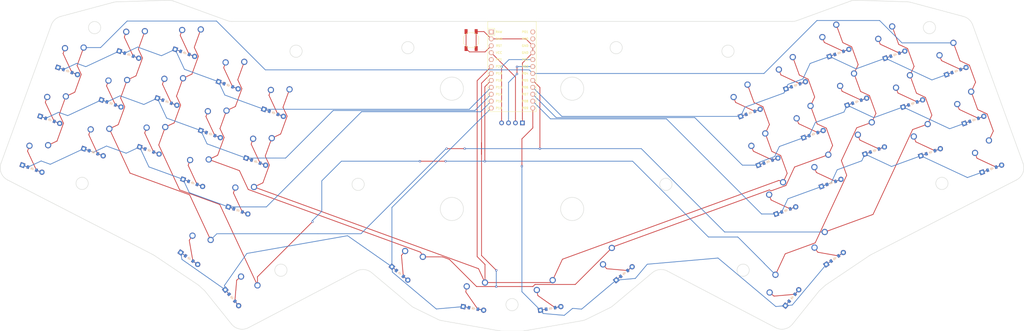
<source format=kicad_pcb>
(kicad_pcb (version 20240108) (generator "pcbnew") (generator_version "8.0")
  (title_block (title "pcb_plate") (rev "v1.0.0") (company "Unknown"))
  (layers (0 "F.Cu" signal) (31 "B.Cu" signal) (34 "B.Paste" user) (35 "F.Paste" user) (36 "B.SilkS" user "B.Silkscreen") (37 "F.SilkS" user "F.Silkscreen") (38 "B.Mask" user) (39 "F.Mask" user) (44 "Edge.Cuts" user))
  (net 0 "")
  (net 1 "P4")
  (net 2 "pinky_bottom")
  (net 3 "pinky_home")
  (net 4 "pinky_top")
  (net 5 "P5")
  (net 6 "ring_bottom")
  (net 7 "ring_home")
  (net 8 "ring_top")
  (net 9 "P18")
  (net 10 "middle_bottom")
  (net 11 "middle_home")
  (net 12 "middle_top")
  (net 13 "P19")
  (net 14 "index_bottom")
  (net 15 "index_home")
  (net 16 "index_top")
  (net 17 "P20")
  (net 18 "inner_bottom")
  (net 19 "inner_home")
  (net 20 "inner_top")
  (net 21 "layer_cluster")
  (net 22 "space_cluster")
  (net 23 "one_one")
  (net 24 "two_one")
  (net 25 "mirror_pinky_bottom")
  (net 26 "mirror_pinky_home")
  (net 27 "mirror_pinky_top")
  (net 28 "mirror_ring_bottom")
  (net 29 "mirror_ring_home")
  (net 30 "mirror_ring_top")
  (net 31 "mirror_middle_bottom")
  (net 32 "mirror_middle_home")
  (net 33 "mirror_middle_top")
  (net 34 "mirror_index_bottom")
  (net 35 "mirror_index_home")
  (net 36 "mirror_index_top")
  (net 37 "mirror_inner_bottom")
  (net 38 "mirror_inner_home")
  (net 39 "mirror_inner_top")
  (net 40 "mirror_layer_cluster")
  (net 41 "mirror_space_cluster")
  (net 42 "mirror_one_one")
  (net 43 "mirror_two_one")
  (net 44 "P16")
  (net 45 "P14")
  (net 46 "P15")
  (net 47 "P10")
  (net 48 "P8")
  (net 49 "P7")
  (net 50 "P6")
  (net 51 "P9")
  (net 52 "RAW")
  (net 53 "GND")
  (net 54 "RST")
  (net 55 "VCC")
  (net 56 "P21")
  (net 57 "P1")
  (net 58 "P0")
  (net 59 "P2")
  (net 60 "P3")
  (footprint "E73:SW_TACT_ALPS_SKQGABE010" (layer "F.Cu") (at 197.220001 92.325774 -90)
    (property "Reference" "B1" (hide yes))
    (property "Value" "" (hide yes))
  )
  (footprint "ComboDiode" (layer "F.Cu") (at 58.702042 133.471494 -20)
    (property "Reference" "D4" (hide yes))
    (property "Value" "" (hide yes))
  )
  (footprint "ComboDiode" (layer "F.Cu") (at 329.284117 144.712352 20)
    (property "Reference" "D29" (hide yes))
    (property "Value" "" (hide yes))
  )
  (footprint "ComboDiode" (layer "F.Cu") (at 345.230615 132.826523 20)
    (property "Reference" "D26" (hide yes))
    (property "Value" "" (hide yes))
  )
  (footprint "MX" (layer "F.Cu") (at 225.513607 185.820266 10)
    (property "Reference" "S38" (hide yes))
    (property "Value" "" (hide yes))
  )
  (footprint "MX" (layer "F.Cu") (at 311.101215 183.609617 50)
    (property "Reference" "S36" (hide yes))
    (property "Value" "" (hide yes))
  )
  (footprint "ComboDiode" (layer "F.Cu") (at 338.71513 114.925376 20)
    (property "Reference" "D27" (hide yes))
    (property "Value" "" (hide yes))
  )
  (footprint "MX" (layer "F.Cu") (at 321.058533 122.112746 20)
    (property "Reference" "S30" (hide yes))
    (property "Value" "" (hide yes))
  )
  (footprint "ComboDiode" (layer "F.Cu") (at 108.186853 108.910059 -20)
    (property "Reference" "D12" (hide yes))
    (property "Value" "" (hide yes))
  )
  (footprint "MX" (layer "F.Cu") (at 103.381469 122.112747 -20)
    (property "Reference" "S11" (hide yes))
    (property "Value" "" (hide yes))
  )
  (footprint "ComboDiode" (layer "F.Cu") (at 109.50856 186.823556 -50)
    (property "Reference" "D17" (hide yes))
    (property "Value" "" (hide yes))
  )
  (footprint "ComboDiode" (layer "F.Cu") (at 332.199643 97.024238 20)
    (property "Reference" "D28" (hide yes))
    (property "Value" "" (hide yes))
  )
  (footprint "ComboDiode" (layer "F.Cu") (at 299.655105 119.005782 20)
    (property "Reference" "D34" (hide yes))
    (property "Value" "" (hide yes))
  )
  (footprint "ComboDiode" (layer "F.Cu") (at 330.613006 172.428994 35)
    (property "Reference" "D35" (hide yes))
    (property "Value" "" (hide yes))
  )
  (footprint "ComboDiode" (layer "F.Cu") (at 388.199933 139.486822 20)
    (property "Reference" "D20" (hide yes))
    (property "Value" "" (hide yes))
  )
  (footprint "MX" (layer "F.Cu") (at 44.465643 116.887207 -20)
    (property "Reference" "S2" (hide yes))
    (property "Value" "" (hide yes))
  )
  (footprint "MX" (layer "F.Cu") (at 350.996886 92.970753 20)
    (property "Reference" "S25" (hide yes))
    (property "Value" "" (hide yes))
  )
  (footprint "ComboDiode" (layer "F.Cu") (at 118.269417 136.906924 -20)
    (property "Reference" "D14" (hide yes))
    (property "Value" "" (hide yes))
  )
  (footprint "ComboDiode" (layer "F.Cu") (at 253.355152 177.914836 40)
    (property "Reference" "D37" (hide yes))
    (property "Value" "" (hide yes))
  )
  (footprint "lib:OLED_headers" (layer "F.Cu") (at 206.22 124.307314 90)
    (property "Reference" "OLED1" (hide yes))
    (property "Value" "OLED")
  )
  (footprint "MX" (layer "F.Cu") (at 50.981134 98.986061 -20)
    (property "Reference" "S3" (hide yes))
    (property "Value" "" (hide yes))
  )
  (footprint "MX" (layer "F.Cu") (at 379.974353 116.88721 20)
    (property "Reference" "S21" (hide yes))
    (property "Value" "" (hide yes))
  )
  (footprint "MX" (layer "F.Cu") (at 327.574015 140.013894 20)
    (property "Reference" "S29" (hide yes))
    (property "Value" "" (hide yes))
  )
  (footprint "MX" (layer "F.Cu") (at 109.89695 104.211601 -20)
    (property "Reference" "S12" (hide yes))
    (property "Value" "" (hide yes))
  )
  (footprint "ComboDiode" (layer "F.Cu") (at 79.209381 132.826532 -20)
    (property "Reference" "D7" (hide yes))
    (property "Value" "" (hide yes))
  )
  (footprint "MX" (layer "F.Cu") (at 113.464031 150.109598 -20)
    (property "Reference" "S13" (hide yes))
    (property "Value" "" (hide yes))
  )
  (footprint "MX" (layer "F.Cu") (at 310.975969 150.109605 20)
    (property "Reference" "S32" (hide yes))
    (property "Value" "" (hide yes))
  )
  (footprint "MX" (layer "F.Cu") (at 314.543045 104.211601 20)
    (property "Reference" "S31" (hide yes))
    (property "Value" "" (hide yes))
  )
  (footprint "MX" (layer "F.Cu") (at 337.005029 110.226916 20)
    (property "Reference" "S27" (hide yes))
    (property "Value" "" (hide yes))
  )
  (footprint "MX" (layer "F.Cu") (at 66.927631 110.871891 -20)
    (property "Reference" "S5" (hide yes))
    (property "Value" "" (hide yes))
  )
  (footprint "ComboDiode" (layer "F.Cu") (at 36.240064 139.486816 -20)
    (property "Reference" "D1" (hide yes))
    (property "Value" "" (hide yes))
  )
  (footprint "MX" (layer "F.Cu") (at 364.027857 128.773034 20)
    (property "Reference" "S23" (hide yes))
    (property "Value" "" (hide yes))
  )
  (footprint "MX" (layer "F.Cu") (at 60.412148 128.773039 -20)
    (property "Reference" "S4" (hide yes))
    (property "Value" "" (hide yes))
  )
  (footprint "MX" (layer "F.Cu") (at 373.458869 98.986067 20)
    (property "Reference" "S22" (hide yes))
    (property "Value" "" (hide yes))
  )
  (footprint "MX" (layer "F.Cu") (at 87.434973 110.226919 -20)
    (property "Reference" "S8" (hide yes))
    (property "Value" "" (hide yes))
  )
  (footprint "ComboDiode" (layer "F.Cu") (at 124.784899 119.005781 -20)
    (property "Reference" "D15" (hide yes))
    (property "Value" "" (hide yes))
  )
  (footprint "ComboDiode" (layer "F.Cu") (at 359.222473 115.57035 20)
    (property "Reference" "D24" (hide yes))
    (property "Value" "" (hide yes))
  )
  (footprint "ComboDiode" (layer "F.Cu") (at 314.931439 186.823554 50)
    (property "Reference" "D36" (hide yes))
    (property "Value" "" (hide yes))
  )
  (footprint "MX" (layer "F.Cu") (at 93.950451 92.325775 -20)
    (property "Reference" "S9" (hide yes))
    (property "Value" "" (hide yes))
  )
  (footprint "MX" (layer "F.Cu") (at 330.489545 92.325771 20)
    (property "Reference" "S28" (hide yes))
    (property "Value" "" (hide yes))
  )
  (footprint "ComboDiode" (layer "F.Cu") (at 306.170584 136.90692 20)
    (property "Reference" "D33" (hide yes))
    (property "Value" "" (hide yes))
  )
  (footprint "ComboDiode" (layer "F.Cu") (at 381.684451 121.585674 20)
    (property "Reference" "D21" (hide yes))
    (property "Value" "" (hide yes))
  )
  (footprint "MX" (layer "F.Cu") (at 198.926383 185.820268 -10)
    (property "Reference" "S19" (hide yes))
    (property "Value" "" (hide yes))
  )
  (footprint "ComboDiode" (layer "F.Cu") (at 92.240356 97.02424 -20)
    (property "Reference" "D9" (hide yes))
    (property "Value" "" (hide yes))
  )
  (footprint "MX" (layer "F.Cu") (at 174.298788 174.084614 -40)
    (property "Reference" "S18" (hide yes))
    (property "Value" "" (hide yes))
  )
  (footprint "ComboDiode" (layer "F.Cu") (at 198.058147 190.7443 -10)
    (property "Reference" "D19" (hide yes))
    (property "Value" "" (hide yes))
  )
  (footprint "MX" (layer "F.Cu") (at 96.86598 140.01389 -20)
    (property "Reference" "S10" (hide yes))
    (property "Value" "" (hide yes))
  )
  (footprint "MX" (layer "F.Cu") (at 386.489839 134.788353 20)
    (property "Reference" "S20" (hide yes))
    (property "Value" "" (hide yes))
  )
  (footprint "ComboDiode" (layer "F.Cu") (at 111.753931 154.808066 -20)
    (property "Reference" "D13" (hide yes))
    (property "Value" "" (hide yes))
  )
  (footprint "ComboDiode" (layer "F.Cu") (at 322.768633 126.81121 20)
    (property "Reference" "D30" (hide yes))
    (property "Value" "" (hide yes))
  )
  (footprint "ComboDiode" (layer "F.Cu") (at 171.084854 177.914844 -40)
    (property "Reference" "D18" (hide yes))
    (property "Value" "" (hide yes))
  )
  (footprint "MX" (layer "F.Cu") (at 96.69488 168.333237 -35)
    (property "Reference" "S16" (hide yes))
    (property "Value" "" (hide yes))
  )
  (footprint "ProMicro" (layer "F.Cu") (at 212.220004 103.307313 -90)
    (property "Reference" "MCU1" (hide yes))
    (property "Value" "" (hide yes))
  )
  (footprint "ComboDiode" (layer "F.Cu") (at 101.671373 126.811209 -20)
    (property "Reference" "D11" (hide yes))
    (property "Value" "" (hide yes))
  )
  (footprint "ComboDiode" (layer "F.Cu") (at 365.737953 133.471503 20)
    (property "Reference" "D23" (hide yes))
    (property "Value" "" (hide yes))
  )
  (footprint "ComboDiode" (layer "F.Cu") (at 49.271031 103.68453 -20)
    (property "Reference" "D3" (hide yes))
    (property "Value" "" (hide yes))
  )
  (footprint "ComboDiode" (layer "F.Cu") (at 375.168967 103.684526 20)
    (property "Reference" "D22" (hide yes))
    (property "Value" "" (hide yes))
  )
  (footprint "MX" (layer "F.Cu") (at 343.520516 128.128058 20)
    (property "Reference" "S26" (hide yes))
    (property "Value" "" (hide yes))
  )
  (footprint "MX" (layer "F.Cu") (at 80.919484 128.128061 -20)
    (property "Reference" "S7" (hide yes))
    (property "Value" "" (hide yes))
  )
  (footprint "ComboDiode" (layer "F.Cu") (at 65.217531 115.570351 -20)
    (property "Reference" "D5" (hide yes))
    (property "Value" "" (hide yes))
  )
  (footprint "MX" (layer "F.Cu") (at 126.494996 114.307309 -20)
    (property "Reference" "S15" (hide yes))
    (property "Value" "" (hide yes))
  )
  (footprint "MX" (layer "F.Cu") (at 357.512372 110.87189 20)
    (property "Reference" "S24" (hide yes))
    (property "Value" "" (hide yes))
  )
  (footprint "MX" (layer "F.Cu") (at 297.944999 114.307316 20)
    (property "Reference" "S34" (hide yes))
    (property "Value" "" (hide yes))
  )
  (footprint "ComboDiode" (layer "F.Cu") (at 316.253146 108.910062 20)
    (property "Reference" "D31" (hide yes))
    (property "Value" "" (hide yes))
  )
  (footprint "ComboDiode" (layer "F.Cu") (at 85.724869 114.92538 -20)
    (property "Reference" "D8" (hide yes))
    (property "Value" "" (hide yes))
  )
  (footprint "ComboDiode" (layer "F.Cu") (at 93.827002 172.428996 -35)
    (property "Reference" "D16" (hide yes))
    (property "Value" "" (hide yes))
  )
  (footprint "MX" (layer "F.Cu") (at 327.74512 168.333237 35)
    (property "Reference" "S35" (hide yes))
    (property "Value" "" (hide yes))
  )
  (footprint "MX" (layer "F.Cu") (at 113.338788 183.609619 -50)
    (property "Reference" "S17" (hide yes))
    (property "Value" "" (hide yes))
  )
  (footprint "MX" (layer "F.Cu") (at 250.141206 174.084614 40)
    (property "Reference" "S37" (hide yes))
    (property "Value" "" (hide yes))
  )
  (footprint "ComboDiode" (layer "F.Cu") (at 312.686062 154.808068 20)
    (property "Reference" "D32" (hide yes))
    (property "Value" "" (hide yes))
  )
  (footprint "ComboDiode" (layer "F.Cu") (at 226.381848 190.744303 10)
    (property "Reference" "D38" (hide yes))
    (property "Value" "" (hide yes))
  )
  (footprint "MX" (layer "F.Cu") (at 304.460479 132.208459 20)
    (property "Reference" "S33" (hide yes))
    (property "Value" "" (hide yes))
  )
  (footprint "ComboDiode" (layer "F.Cu") (at 95.155892 144.712354 -20)
    (property "Reference" "D10" (hide yes))
    (property "Value" "" (hide yes))
  )
  (footprint "MX" (layer "F.Cu") (at 73.443112 92.970748 -20)
    (property "Reference" "S6" (hide yes))
    (property "Value" "" (hide yes))
  )
  (footprint "MX" (layer "F.Cu") (at 37.950164 134.788358 -20)
    (property "Reference" "S1" (hide yes))
    (property "Value" "" (hide yes))
  )
  (footprint "ComboDiode" (layer "F.Cu") (at 42.755546 121.585672 -20)
    (property "Reference" "D2" (hide yes))
    (property "Value" "" (hide yes))
  )
  (footprint "ComboDiode" (layer "F.Cu") (at 352.706986 97.669209 20)
    (property "Reference" "D25" (hide yes))
    (property "Value" "" (hide yes))
  )
  (footprint "ComboDiode" (layer "F.Cu") (at 71.733015 97.669214 -20)
    (property "Reference" "D6" (hide yes))
    (property "Value" "" (hide yes))
  )
  (footprint "MX" (layer "F.Cu") (at 119.979513 132.208457 -20)
    (property "Reference" "S14" (hide yes))
    (property "Value" "" (hide yes))
  )
  (gr_circle (center 133.010485 96.406168) (end 135.26048 96.406166) (stroke (width 0.15)) (fill none) (layer "Edge.Cuts"))
  (gr_circle (center 59.1222 87.758362) (end 61.372198 87.758357) (stroke (width 0.15)) (fill none) (layer "Edge.Cuts"))
  (gr_arc (start 239.392404 194.778402) (mid 238.739167 195.044072) (end 238.055052 195.215201) (stroke (width 0.15)) (layer "Edge.Cuts"))
  (gr_line (start 308.869034 197.806591) (end 269.211366 177.046708) (stroke (width 0.15)) (layer "Edge.Cuts"))
  (gr_line (start 88.023898 78.005132) (end 107.771967 85.192842) (stroke (width 0.15)) (layer "Edge.Cuts"))
  (gr_arc (start 357.250455 78.302604) (mid 357.823412 78.353729) (end 358.386706 78.470318) (stroke (width 0.15)) (layer "Edge.Cuts"))
  (gr_arc (start 66.053289 78.470321) (mid 66.616581 78.353727) (end 67.189537 78.3026) (stroke (width 0.15)) (layer "Edge.Cuts"))
  (gr_arc (start 263.678549 177.646251) (mid 266.353836 176.50557) (end 269.211366 177.046708) (stroke (width 0.15)) (layer "Edge.Cuts"))
  (gr_line (start 316.668037 85.192837) (end 336.416104 78.005132) (stroke (width 0.15)) (layer "Edge.Cuts"))
  (gr_circle (center 296.977674 176.732163) (end 299.227672 176.732157) (stroke (width 0.15)) (fill none) (layer "Edge.Cuts"))
  (gr_circle (center 234.285 110.143462) (end 238.535003 110.143459) (stroke (width 0.15)) (fill none) (layer "Edge.Cuts"))
  (gr_arc (start 80.51508 171.00616) (mid 80.771618 171.147568) (end 81.01944 171.303749) (stroke (width 0.15)) (layer "Edge.Cuts"))
  (gr_line (start 175.243267 189.79794) (end 160.761453 177.646248) (stroke (width 0.15)) (layer "Edge.Cuts"))
  (gr_line (start 238.055052 195.215201) (end 216.672854 198.985455) (stroke (width 0.15)) (layer "Edge.Cuts"))
  (gr_arc (start 86.156621 77.706069) (mid 87.104526 77.76652) (end 88.023898 78.005132) (stroke (width 0.15)) (layer "Edge.Cuts"))
  (gr_arc (start 336.416104 78.005132) (mid 337.335476 77.766516) (end 338.283383 77.706071) (stroke (width 0.15)) (layer "Edge.Cuts"))
  (gr_arc (start 115.570966 197.80659) (mid 112.230699 198.271396) (end 109.355103 196.509478) (stroke (width 0.15)) (layer "Edge.Cuts"))
  (gr_line (start 327.204164 182.200795) (end 324.938189 184.252118) (stroke (width 0.15)) (layer "Edge.Cuts"))
  (gr_arc (start 216.672854 198.985455) (mid 216.240391 199.04239) (end 215.804611 199.061417) (stroke (width 0.15)) (layer "Edge.Cuts"))
  (gr_line (start 343.420553 171.303757) (end 327.204164 182.200795) (stroke (width 0.15)) (layer "Edge.Cuts"))
  (gr_line (start 358.386706 78.470318) (end 377.775594 83.662656) (stroke (width 0.15)) (layer "Edge.Cuts"))
  (gr_arc (start 377.775594 83.662656) (mid 379.859868 84.805845) (end 381.180635 86.78237) (stroke (width 0.15)) (layer "Edge.Cuts"))
  (gr_arc (start 27.222305 143.634207) (mid 24.851633 141.011521) (end 24.808226 137.476457) (stroke (width 0.15)) (layer "Edge.Cuts"))
  (gr_arc (start 208.635388 199.061419) (mid 208.199612 199.042393) (end 207.767151 198.985463) (stroke (width 0.15)) (layer "Edge.Cuts"))
  (gr_line (start 46.6644 83.662661) (end 66.053289 78.470321) (stroke (width 0.15)) (layer "Edge.Cuts"))
  (gr_arc (start 176.251613 190.454963) (mid 175.727599 190.156901) (end 175.243267 189.79794) (stroke (width 0.15)) (layer "Edge.Cuts"))
  (gr_line (start 99.50181 184.252114) (end 97.235833 182.200787) (stroke (width 0.15)) (layer "Edge.Cuts"))
  (gr_line (start 215.804611 199.061417) (end 208.635388 199.061419) (stroke (width 0.15)) (layer "Edge.Cuts"))
  (gr_circle (center 291.429525 96.406172) (end 293.679514 96.406169) (stroke (width 0.15)) (fill none) (layer "Edge.Cuts"))
  (gr_line (start 338.283383 77.706071) (end 357.250455 78.302604) (stroke (width 0.15)) (layer "Edge.Cuts"))
  (gr_arc (start 155.228635 177.046712) (mid 158.086163 176.505576) (end 160.761453 177.646248) (stroke (width 0.15)) (layer "Edge.Cuts"))
  (gr_circle (center 365.317801 87.758364) (end 367.567796 87.75836) (stroke (width 0.15)) (fill none) (layer "Edge.Cuts"))
  (gr_circle (center 155.781807 145.239422) (end 158.031809 145.239424) (stroke (width 0.15)) (fill none) (layer "Edge.Cuts"))
  (gr_circle (center 212.22 189.358464) (end 214.470005 189.358463) (stroke (width 0.15)) (fill none) (layer "Edge.Cuts"))
  (gr_line (start 24.808226 137.476457) (end 43.259363 86.782372) (stroke (width 0.15)) (layer "Edge.Cuts"))
  (gr_circle (center 127.462325 176.732163) (end 129.712322 176.732165) (stroke (width 0.15)) (fill none) (layer "Edge.Cuts"))
  (gr_circle (center 250.414841 95.116225) (end 252.664842 95.116224) (stroke (width 0.15)) (fill none) (layer "Edge.Cuts"))
  (gr_line (start 109.482067 85.494381) (end 314.957937 85.494384) (stroke (width 0.15)) (layer "Edge.Cuts"))
  (gr_line (start 155.228635 177.046712) (end 115.570966 197.80659) (stroke (width 0.15)) (layer "Edge.Cuts"))
  (gr_circle (center 190.154999 110.143458) (end 194.404996 110.143457) (stroke (width 0.15)) (fill none) (layer "Edge.Cuts"))
  (gr_circle (center 190.155001 154.27346) (end 194.405 154.273453) (stroke (width 0.15)) (fill none) (layer "Edge.Cuts"))
  (gr_arc (start 315.084893 196.509483) (mid 312.209296 198.27139) (end 308.869034 197.806591) (stroke (width 0.15)) (layer "Edge.Cuts"))
  (gr_line (start 67.189537 78.3026) (end 86.156621 77.706069) (stroke (width 0.15)) (layer "Edge.Cuts"))
  (gr_arc (start 316.668034 85.192843) (mid 315.826176 85.418419) (end 314.957937 85.494384) (stroke (width 0.15)) (layer "Edge.Cuts"))
  (gr_circle (center 234.284999 154.273462) (end 238.534997 154.273458) (stroke (width 0.15)) (fill none) (layer "Edge.Cuts"))
  (gr_circle (center 268.658193 145.239426) (end 270.908194 145.239422) (stroke (width 0.15)) (fill none) (layer "Edge.Cuts"))
  (gr_line (start 397.21769 143.634208) (end 343.924907 171.006159) (stroke (width 0.15)) (layer "Edge.Cuts"))
  (gr_arc (start 343.420553 171.303757) (mid 343.66837 171.147568) (end 343.924907 171.006159) (stroke (width 0.15)) (layer "Edge.Cuts"))
  (gr_line (start 381.180635 86.78237) (end 399.63178 137.476461) (stroke (width 0.15)) (layer "Edge.Cuts"))
  (gr_circle (center 174.025161 95.116218) (end 176.27516 95.11622) (stroke (width 0.15)) (fill none) (layer "Edge.Cuts"))
  (gr_circle (center 369.891782 144.884066) (end 372.141791 144.884073) (stroke (width 0.15)) (fill none) (layer "Edge.Cuts"))
  (gr_arc (start 186.384947 195.215192) (mid 185.700834 195.044067) (end 185.047598 194.778404) (stroke (width 0.15)) (layer "Edge.Cuts"))
  (gr_line (start 109.355103 196.509478) (end 99.50181 184.252114) (stroke (width 0.15)) (layer "Edge.Cuts"))
  (gr_arc (start 399.631781 137.476456) (mid 399.588366 141.011523) (end 397.21769 143.634208) (stroke (width 0.15)) (layer "Edge.Cuts"))
  (gr_arc (start 43.259364 86.782373) (mid 44.58013 84.80585) (end 46.6644 83.662661) (stroke (width 0.15)) (layer "Edge.Cuts"))
  (gr_arc (start 109.482067 85.49438) (mid 108.613826 85.418419) (end 107.771967 85.192842) (stroke (width 0.15)) (layer "Edge.Cuts"))
  (gr_line (start 80.51508 171.00616) (end 27.222304 143.634211) (stroke (width 0.15)) (layer "Edge.Cuts"))
  (gr_line (start 263.678549 177.646251) (end 249.196737 189.797935) (stroke (width 0.15)) (layer "Edge.Cuts"))
  (gr_line (start 185.047598 194.778404) (end 176.25161 190.454955) (stroke (width 0.15)) (layer "Edge.Cuts"))
  (gr_line (start 97.235833 182.200787) (end 81.01944 171.303749) (stroke (width 0.15)) (layer "Edge.Cuts"))
  (gr_arc (start 249.196733 189.797933) (mid 248.712397 190.156895) (end 248.18838 190.454957) (stroke (width 0.15)) (layer "Edge.Cuts"))
  (gr_line (start 207.767151 198.985463) (end 186.384952 195.215192) (stroke (width 0.15)) (layer "Edge.Cuts"))
  (gr_line (start 324.938189 184.252118) (end 315.084893 196.509483) (stroke (width 0.15)) (layer "Edge.Cuts"))
  (gr_line (start 248.18838 190.454957) (end 239.392403 194.778402) (stroke (width 0.15)) (layer "Edge.Cuts"))
  (gr_circle (center 54.548212 144.884067) (end 56.798214 144.884068) (stroke (width 0.15)) (fill none) (layer "Edge.Cuts"))
  (segment (start 45.339612 129.360875) (end 42.074446 130.883453) (width 0.25) (layer "F.Cu") (net 1))
  (segment (start 380.62371 111.244839) (end 383.018994 117.82583) (width 0.25) (layer "F.Cu") (net 1))
  (segment (start 46.194645 119.5633) (end 47.717222 122.828454) (width 0.25) (layer "F.Cu") (net 1))
  (segment (start 52.710127 101.662144) (end 54.232698 104.927309) (width 0.25) (layer "F.Cu") (net 1))
  (segment (start 379.964135 101.538399) (end 382.237426 107.784214) (width 0.25) (layer "F.Cu") (net 1))
  (segment (start 51.855095 111.459731) (end 48.589936 112.982299) (width 0.25) (layer "F.Cu") (net 1))
  (segment (start 374.108226 93.343694) (end 376.503509 99.924684) (width 0.25) (layer "F.Cu") (net 1))
  (segment (start 388.75291 125.685363) (end 387.139199 129.145979) (width 0.25) (layer "F.Cu") (net 1))
  (segment (start 383.018994 117.82583) (end 386.479619 119.439547) (width 0.25) (layer "F.Cu") (net 1))
  (segment (start 48.589936 112.982299) (end 46.194645 119.5633) (width 0.25) (layer "F.Cu") (net 1))
  (segment (start 54.232698 104.927309) (end 51.855095 111.459731) (width 0.25) (layer "F.Cu") (net 1))
  (segment (start 55.105411 95.081158) (end 52.710127 101.662144) (width 0.25) (layer "F.Cu") (net 1))
  (segment (start 376.503509 99.924684) (end 379.964135 101.538399) (width 0.25) (layer "F.Cu") (net 1))
  (segment (start 382.237426 107.784214) (end 380.62371 111.244839) (width 0.25) (layer "F.Cu") (net 1))
  (segment (start 47.717222 122.828454) (end 45.339612 129.360875) (width 0.25) (layer "F.Cu") (net 1))
  (segment (start 386.479619 119.439547) (end 388.75291 125.685363) (width 0.25) (layer "F.Cu") (net 1))
  (segment (start 103.844656 85.355344) (end 121.727925 103.238613) (width 0.25) (layer "B.Cu") (net 1))
  (segment (start 121.727925 103.238613) (end 218.501304 103.238613) (width 0.25) (layer "B.Cu") (net 1))
  (segment (start 374.108227 93.343695) (end 355.233007 93.343695) (width 0.25) (layer "B.Cu") (net 1))
  (segment (start 304.622687 104.577313) (end 219.840004 104.577313) (width 0.25) (layer "B.Cu") (net 1))
  (segment (start 347.044656 85.155344) (end 324.044656 85.155344) (width 0.25) (layer "B.Cu") (net 1))
  (segment (start 218.501304 103.238613) (end 219.840004 104.577313) (width 0.25) (layer "B.Cu") (net 1))
  (segment (start 324.044656 85.155344) (end 304.622687 104.577313) (width 0.25) (layer "B.Cu") (net 1))
  (segment (start 355.233007 93.343695) (end 347.044656 85.155344) (width 0.25) (layer "B.Cu") (net 1))
  (segment (start 71.044656 85.355344) (end 103.844656 85.355344) (width 0.25) (layer "B.Cu") (net 1))
  (segment (start 61.318848 95.081152) (end 71.044656 85.355344) (width 0.25) (layer "B.Cu") (net 1))
  (segment (start 55.105416 95.081152) (end 61.318848 95.081152) (width 0.25) (layer "B.Cu") (net 1))
  (segment (start 35.238662 131.098439) (end 34.527215 133.053119) (width 0.25) (layer "F.Cu") (net 2))
  (segment (start 37.79043 140.051111) (end 39.820288 140.789914) (width 0.25) (layer "F.Cu") (net 2))
  (segment (start 39.820284 140.789911) (end 39.820288 140.789914) (width 0.25) (layer "F.Cu") (net 2))
  (segment (start 34.527215 133.053119) (end 37.79043 140.051111) (width 0.25) (layer "F.Cu") (net 2))
  (segment (start 37.790557 140.051146) (end 39.820284 140.789911) (width 0.25) (layer "F.Cu") (net 2))
  (segment (start 39.820284 140.789911) (end 39.820288 140.789914) (width 0.25) (layer "B.Cu") (net 2))
  (segment (start 37.790557 140.051146) (end 39.820284 140.789911) (width 0.25) (layer "B.Cu") (net 2))
  (segment (start 44.305916 122.149961) (end 46.335774 122.888772) (width 0.25) (layer "F.Cu") (net 3))
  (segment (start 46.335774 122.88877) (end 46.335774 122.888772) (width 0.25) (layer "F.Cu") (net 3))
  (segment (start 44.306035 122.150009) (end 46.335774 122.88877) (width 0.25) (layer "F.Cu") (net 3))
  (segment (start 41.754147 113.197296) (end 41.042708 115.151977) (width 0.25) (layer "F.Cu") (net 3))
  (segment (start 41.042708 115.151977) (end 44.305916 122.149961) (width 0.25) (layer "F.Cu") (net 3))
  (segment (start 46.335774 122.88877) (end 46.335774 122.888772) (width 0.25) (layer "B.Cu") (net 3))
  (segment (start 44.306035 122.150009) (end 46.335774 122.88877) (width 0.25) (layer "B.Cu") (net 3))
  (segment (start 50.821398 104.248821) (end 52.85126 104.987628) (width 0.25) (layer "F.Cu") (net 4))
  (segment (start 47.558182 97.250831) (end 50.821398 104.248821) (width 0.25) (layer "F.Cu") (net 4))
  (segment (start 48.269634 95.296145) (end 47.558182 97.250831) (width 0.25) (layer "F.Cu") (net 4))
  (segment (start 52.851259 104.987628) (end 52.85126 104.987628) (width 0.25) (layer "F.Cu") (net 4))
  (segment (start 50.821522 104.248858) (end 52.851259 104.987628) (width 0.25) (layer "F.Cu") (net 4))
  (segment (start 52.851259 104.987628) (end 52.85126 104.987628) (width 0.25) (layer "B.Cu") (net 4))
  (segment (start 50.821522 104.248858) (end 52.851259 104.987628) (width 0.25) (layer "B.Cu") (net 4))
  (segment (start 76.694688 98.911996) (end 74.317075 105.444419) (width 0.25) (layer "F.Cu") (net 5))
  (segment (start 75.172108 95.646831) (end 76.694688 98.911996) (width 0.25) (layer "F.Cu") (net 5))
  (segment (start 64.536427 124.868131) (end 72.117733 141.126301) (width 0.25) (layer "F.Cu") (net 5))
  (segment (start 357.306689 95.431935) (end 359.684297 101.964362) (width 0.25) (layer "F.Cu") (net 5))
  (segment (start 70.179198 116.813133) (end 67.801592 123.345563) (width 0.25) (layer "F.Cu") (net 5))
  (segment (start 358.16173 105.229517) (end 360.557015 111.810507) (width 0.25) (layer "F.Cu") (net 5))
  (segment (start 351.646244 87.328381) (end 354.041526 93.909365) (width 0.25) (layer "F.Cu") (net 5))
  (segment (start 71.051911 106.966984) (end 68.656626 113.547977) (width 0.25) (layer "F.Cu") (net 5))
  (segment (start 72.117733 141.126301) (end 93.97287 149.080914) (width 0.25) (layer "F.Cu") (net 5))
  (segment (start 222.444656 109.721967) (end 222.444656 132.155344) (width 0.25) (layer "F.Cu") (net 5))
  (segment (start 344.634217 156.264696) (end 326.911996 162.715057) (width 0.25) (layer "F.Cu") (net 5))
  (segment (start 68.656626 113.547977) (end 70.179198 116.813133) (width 0.25) (layer "F.Cu") (net 5))
  (segment (start 188.244656 132.155344) (end 188.444656 132.155344) (width 0.25) (layer "F.Cu") (net 5))
  (segment (start 219.840003 107.117314) (end 222.444656 109.721967) (width 0.25) (layer "F.Cu") (net 5))
  (segment (start 366.201275 119.862302) (end 364.677214 123.130662) (width 0.25) (layer "F.Cu") (net 5))
  (segment (start 188.444656 132.155344) (end 194.844656 132.155344) (width 0.25) (layer "F.Cu") (net 5))
  (segment (start 360.557015 111.810507) (end 363.825375 113.334568) (width 0.25) (layer "F.Cu") (net 5))
  (segment (start 74.317075 105.444419) (end 71.051911 106.966984) (width 0.25) (layer "F.Cu") (net 5))
  (segment (start 194.844656 132.155344) (end 194.444656 132.155344) (width 0.25) (layer "F.Cu") (net 5))
  (segment (start 359.684297 101.964362) (end 358.16173 105.229517) (width 0.25) (layer "F.Cu") (net 5))
  (segment (start 77.567399 89.065842) (end 75.172108 95.646831) (width 0.25) (layer "F.Cu") (net 5))
  (segment (start 363.825375 113.334568) (end 366.201275 119.862302) (width 0.25) (layer "F.Cu") (net 5))
  (segment (start 359.146122 125.143815) (end 344.634217 156.264696) (width 0.25) (layer "F.Cu") (net 5))
  (segment (start 354.041526 93.909365) (end 357.306689 95.431935) (width 0.25) (layer "F.Cu") (net 5))
  (segment (start 93.97287 149.080914) (end 101.689295 165.628829) (width 0.25) (layer "F.Cu") (net 5))
  (segment (start 67.801592 123.345563) (end 64.536427 124.868131) (width 0.25) (layer "F.Cu") (net 5))
  (segment (start 364.677214 123.130662) (end 359.146122 125.143815) (width 0.25) (layer "F.Cu") (net 5))
  (via (at 194.844656 132.155344) (size 0.8) (drill 0.4) (layers "F.Cu" "B.Cu") (net 5))
  (via (at 188.244656 132.155344) (size 0.8) (drill 0.4) (layers "F.Cu" "B.Cu") (net 5))
  (via (at 222.444656 132.155344) (size 0.8) (drill 0.4) (layers "F.Cu" "B.Cu") (net 5))
  (segment (start 188.244656 132.155344) (end 188.044656 132.155344) (width 0.25) (layer "B.Cu") (net 5))
  (segment (start 156.823074 163.355344) (end 188.023074 132.155344) (width 0.25) (layer "B.Cu") (net 5))
  (segment (start 290.20437 162.715058) (end 259.644656 132.155344) (width 0.25) (layer "B.Cu") (net 5))
  (segment (start 188.023074 132.155344) (end 188.244656 132.155344) (width 0.25) (layer "B.Cu") (net 5))
  (segment (start 326.911996 162.715058) (end 290.20437 162.715058) (width 0.25) (layer "B.Cu") (net 5))
  (segment (start 141.044656 163.355344) (end 156.823074 163.355344) (width 0.25) (layer "B.Cu") (net 5))
  (segment (start 259.644656 132.155344) (end 222.444656 132.155344) (width 0.25) (layer "B.Cu") (net 5))
  (segment (start 194.844656 132.155344) (end 222.444656 132.155344) (width 0.25) (layer "B.Cu") (net 5))
  (segment (start 103.962779 163.355344) (end 141.044656 163.355344) (width 0.25) (layer "B.Cu") (net 5))
  (segment (start 101.689295 165.628828) (end 103.962779 163.355344) (width 0.25) (layer "B.Cu") (net 5))
  (segment (start 62.282273 134.774598) (end 62.28228 134.774603) (width 0.25) (layer "F.Cu") (net 6))
  (segment (start 60.252413 134.035794) (end 62.28228 134.774603) (width 0.25) (layer "F.Cu") (net 6))
  (segment (start 60.252543 134.03583) (end 62.282273 134.774598) (width 0.25) (layer "F.Cu") (net 6))
  (segment (start 57.700645 125.08312) (end 56.989202 127.037806) (width 0.25) (layer "F.Cu") (net 6))
  (segment (start 56.989202 127.037806) (end 60.252413 134.035794) (width 0.25) (layer "F.Cu") (net 6))
  (segment (start 60.252543 134.03583) (end 62.282273 134.774598) (width 0.25) (layer "B.Cu") (net 6))
  (segment (start 62.282273 134.774598) (end 62.28228 134.774603) (width 0.25) (layer "B.Cu") (net 6))
  (segment (start 63.504691 109.136664) (end 66.767898 116.134648) (width 0.25) (layer "F.Cu") (net 7))
  (segment (start 68.797756 116.873446) (end 68.797755 116.873448) (width 0.25) (layer "F.Cu") (net 7))
  (segment (start 64.216137 107.181974) (end 63.504691 109.136664) (width 0.25) (layer "F.Cu") (net 7))
  (segment (start 66.767898 116.134648) (end 68.797755 116.873448) (width 0.25) (layer "F.Cu") (net 7))
  (segment (start 66.768025 116.134687) (end 68.797756 116.873446) (width 0.25) (layer "F.Cu") (net 7))
  (segment (start 66.768025 116.134687) (end 68.797756 116.873446) (width 0.25) (layer "B.Cu") (net 7))
  (segment (start 68.797756 116.873446) (end 68.797755 116.873448) (width 0.25) (layer "B.Cu") (net 7))
  (segment (start 73.283509 98.233541) (end 75.313243 98.972306) (width 0.25) (layer "F.Cu") (net 8))
  (segment (start 70.731613 89.28084) (end 70.020168 91.23552) (width 0.25) (layer "F.Cu") (net 8))
  (segment (start 73.283381 98.233502) (end 75.313239 98.972314) (width 0.25) (layer "F.Cu") (net 8))
  (segment (start 75.313243 98.972306) (end 75.313239 98.972314) (width 0.25) (layer "F.Cu") (net 8))
  (segment (start 70.020168 91.23552) (end 73.283381 98.233502) (width 0.25) (layer "F.Cu") (net 8))
  (segment (start 73.283509 98.233541) (end 75.313243 98.972306) (width 0.25) (layer "B.Cu") (net 8))
  (segment (start 75.313243 98.972306) (end 75.313239 98.972314) (width 0.25) (layer "B.Cu") (net 8))
  (segment (start 98.074731 88.420866) (end 95.679456 95.001855) (width 0.25) (layer "F.Cu") (net 9))
  (segment (start 334.973987 141.907931) (end 323.409477 166.708104) (width 0.25) (layer "F.Cu") (net 9))
  (segment (start 338.638781 124.498839) (end 333.021831 136.544427) (width 0.25) (layer "F.Cu") (net 9))
  (segment (start 202.244656 132.755344) (end 202.244656 136.755344) (width 0.25) (layer "F.Cu") (net 9))
  (segment (start 85.043764 124.223154) (end 82.648479 130.804153) (width 0.25) (layer "F.Cu") (net 9))
  (segment (start 344.169875 122.485686) (end 338.638781 124.498839) (width 0.25) (layer "F.Cu") (net 9))
  (segment (start 90.686541 116.168159) (end 88.30893 122.700578) (width 0.25) (layer "F.Cu") (net 9))
  (segment (start 97.202022 98.26702) (end 94.824419 104.799436) (width 0.25) (layer "F.Cu") (net 9))
  (segment (start 118.862976 182.290011) (end 118.862976 179.137024) (width 0.25) (layer "F.Cu") (net 9))
  (segment (start 105.03078 152.626785) (end 118.862974 182.290014) (width 0.25) (layer "F.Cu") (net 9))
  (segment (start 95.679456 95.001855) (end 97.202022 98.26702) (width 0.25) (layer "F.Cu") (net 9))
  (segment (start 343.314831 112.688102) (end 345.692442 119.220531) (width 0.25) (layer "F.Cu") (net 9))
  (segment (start 90.329393 147.275913) (end 105.03078 152.626785) (width 0.25) (layer "F.Cu") (net 9))
  (segment (start 336.799345 94.786965) (end 339.176953 101.31939) (width 0.25) (layer "F.Cu") (net 9))
  (segment (start 312.430301 170.704197) (end 308.842388 178.398502) (width 0.25) (layer "F.Cu") (net 9))
  (segment (start 204.600005 107.117314) (end 202.244656 109.472663) (width 0.25) (layer "F.Cu") (net 9))
  (segment (start 94.824419 104.799436) (end 91.559252 106.322007) (width 0.25) (layer "F.Cu") (net 9))
  (segment (start 89.163966 112.903) (end 90.686541 116.168159) (width 0.25) (layer "F.Cu") (net 9))
  (segment (start 91.559252 106.322007) (end 89.163966 112.903) (width 0.25) (layer "F.Cu") (net 9))
  (segment (start 202.244656 109.472663) (end 202.244656 132.755344) (width 0.25) (layer "F.Cu") (net 9))
  (segment (start 139.044656 158.955344) (end 138.844656 159.155344) (width 0.25) (layer "F.Cu") (net 9))
  (segment (start 331.138903 86.683399) (end 333.53419 93.264397) (width 0.25) (layer "F.Cu") (net 9))
  (segment (start 333.53419 93.264397) (end 336.799345 94.786965) (width 0.25) (layer "F.Cu") (net 9))
  (segment (start 178.444656 136.755344) (end 187.844656 136.755344) (width 0.25) (layer "F.Cu") (net 9))
  (segment (start 333.021831 136.544427) (end 334.973987 141.907931) (width 0.25) (layer "F.Cu") (net 9))
  (segment (start 337.654387 104.584543) (end 340.049671 111.165533) (width 0.25) (layer "F.Cu") (net 9))
  (segment (start 118.862976 179.137024) (end 139.044656 158.955344) (width 0.25) (layer "F.Cu") (net 9))
  (segment (start 339.176953 101.31939) (end 337.654387 104.584543) (width 0.25) (layer "F.Cu") (net 9))
  (segment (start 82.648479 130.804153) (end 90.329393 147.275913) (width 0.25) (layer "F.Cu") (net 9))
  (segment (start 88.30893 122.700578) (end 85.043764 124.223154) (width 0.25) (layer "F.Cu") (net 9))
  (segment (start 345.692442 119.220531) (end 344.169875 122.485686) (width 0.25) (layer "F.Cu") (net 9))
  (segment (start 340.049671 111.165533) (end 343.314831 112.688102) (width 0.25) (layer "F.Cu") (net 9))
  (segment (start 323.409477 166.708104) (end 312.430301 170.704197) (width 0.25) (layer "F.Cu") (net 9))
  (via (at 178.444656 136.755344) (size 0.8) (drill 0.4) (layers "F.Cu" "B.Cu") (net 9))
  (via (at 187.844656 136.755344) (size 0.8) (drill 0.4) (layers "F.Cu" "B.Cu") (net 9))
  (via (at 139.044656 158.955344) (size 0.8) (drill 0.4) (layers "F.Cu" "B.Cu") (net 9))
  (via (at 202.244656 136.755344) (size 0.8) (drill 0.4) (layers "F.Cu" "B.Cu") (net 9))
  (segment (start 178.444656 136.755344) (end 178.244656 136.755344) (width 0.25) (layer "B.Cu") (net 9))
  (segment (start 308.842388 178.398502) (end 304.719446 174.27556) (width 0.25) (layer "B.Cu") (net 9))
  (segment (start 142.444656 155.100952) (end 142.444656 143.955344) (width 0.25) (layer "B.Cu") (net 9))
  (segment (start 187.844656 136.755344) (end 188.044656 136.755344) (width 0.25) (layer "B.Cu") (net 9))
  (segment (start 304.719446 174.230134) (end 295.044656 164.555344) (width 0.25) (layer "B.Cu") (net 9))
  (segment (start 142.444656 143.955344) (end 149.644656 136.755344) (width 0.25) (layer "B.Cu") (net 9))
  (segment (start 295.044656 164.555344) (end 284.244656 164.555344) (width 0.25) (layer "B.Cu") (net 9))
  (segment (start 284.244656 164.555344) (end 256.444656 136.755344) (width 0.25) (layer "B.Cu") (net 9))
  (segment (start 149.644656 136.755344) (end 178.444656 136.755344) (width 0.25) (layer "B.Cu") (net 9))
  (segment (start 202.244656 136.755344) (end 201.844656 136.755344) (width 0.25) (layer "B.Cu") (net 9))
  (segment (start 139.044656 158.955344) (end 139.044656 158.500952) (width 0.25) (layer "B.Cu") (net 9))
  (segment (start 256.444656 136.755344) (end 202.244656 136.755344) (width 0.25) (layer "B.Cu") (net 9))
  (segment (start 139.044656 158.500952) (end 142.444656 155.100952) (width 0.25) (layer "B.Cu") (net 9))
  (segment (start 201.844656 136.755344) (end 187.844656 136.755344) (width 0.25) (layer "B.Cu") (net 9))
  (segment (start 304.719446 174.27556) (end 304.719446 174.230134) (width 0.25) (layer "B.Cu") (net 9))
  (segment (start 78.207987 124.438148) (end 77.496545 126.392833) (width 0.25) (layer "F.Cu") (net 10))
  (segment (start 80.759875 133.390863) (end 82.789614 134.129625) (width 0.25) (layer "F.Cu") (net 10))
  (segment (start 80.759754 133.390822) (end 82.789609 134.129626) (width 0.25) (layer "F.Cu") (net 10))
  (segment (start 82.789614 134.129625) (end 82.789609 134.129626) (width 0.25) (layer "F.Cu") (net 10))
  (segment (start 77.496545 126.392833) (end 80.759754 133.390822) (width 0.25) (layer "F.Cu") (net 10))
  (segment (start 82.789614 134.129625) (end 82.789609 134.129626) (width 0.25) (layer "B.Cu") (net 10))
  (segment (start 80.759875 133.390863) (end 82.789614 134.129625) (width 0.25) (layer "B.Cu") (net 10))
  (segment (start 89.305096 116.228472) (end 89.3051 116.228483) (width 0.25) (layer "F.Cu") (net 11))
  (segment (start 87.275236 115.489669) (end 89.3051 116.228483) (width 0.25) (layer "F.Cu") (net 11))
  (segment (start 87.275365 115.489714) (end 89.305096 116.228472) (width 0.25) (layer "F.Cu") (net 11))
  (segment (start 84.723467 106.536996) (end 84.012025 108.491681) (width 0.25) (layer "F.Cu") (net 11))
  (segment (start 84.012025 108.491681) (end 87.275236 115.489669) (width 0.25) (layer "F.Cu") (net 11))
  (segment (start 87.275365 115.489714) (end 89.305096 116.228472) (width 0.25) (layer "B.Cu") (net 11))
  (segment (start 89.305096 116.228472) (end 89.3051 116.228483) (width 0.25) (layer "B.Cu") (net 11))
  (segment (start 90.527503 90.590544) (end 93.79072 97.588525) (width 0.25) (layer "F.Cu") (net 12))
  (segment (start 93.79072 97.588525) (end 95.820583 98.327331) (width 0.25) (layer "F.Cu") (net 12))
  (segment (start 91.238955 88.63586) (end 90.527503 90.590544) (width 0.25) (layer "F.Cu") (net 12))
  (segment (start 95.820579 98.32733) (end 95.820583 98.327331) (width 0.25) (layer "F.Cu") (net 12))
  (segment (start 93.790847 97.588568) (end 95.820579 98.32733) (width 0.25) (layer "F.Cu") (net 12))
  (segment (start 95.820579 98.32733) (end 95.820583 98.327331) (width 0.25) (layer "B.Cu") (net 12))
  (segment (start 93.790847 97.588568) (end 95.820579 98.32733) (width 0.25) (layer "B.Cu") (net 12))
  (segment (start 235.42668 181.955344) (end 248.821598 168.560426) (width 0.25) (layer "F.Cu") (net 13))
  (segment (start 220.644656 181.955344) (end 235.42668 181.955344) (width 0.25) (layer "F.Cu") (net 13))
  (segment (start 312.698809 145.638732) (end 307.276719 147.612211) (width 0.25) (layer "F.Cu") (net 13))
  (segment (start 100.990268 136.108982) (end 112.249555 140.207027) (width 0.25) (layer "F.Cu") (net 13))
  (segment (start 186.665978 171.825787) (end 189.258814 172.769502) (width 0.25) (layer "F.Cu") (net 13))
  (segment (start 317.587686 105.15022) (end 320.852847 106.672788) (width 0.25) (layer "F.Cu") (net 13))
  (segment (start 201.044656 130) (end 201.044656 132.155344) (width 0.25) (layer "F.Cu") (net 13))
  (segment (start 219.87349 182.72651) (end 220.644656 181.955344) (width 0.25) (layer "F.Cu") (net 13))
  (segment (start 329.807207 130.974982) (end 328.223373 134.371523) (width 0.25) (layer "F.Cu") (net 13))
  (segment (start 324.103177 123.051368) (end 327.499713 124.6352) (width 0.25) (layer "F.Cu") (net 13))
  (segment (start 113.148517 110.152845) (end 110.770909 116.685268) (width 0.25) (layer "F.Cu") (net 13))
  (segment (start 201.044656 134.2) (end 201.044656 171.355344) (width 0.25) (layer "F.Cu") (net 13))
  (segment (start 199.215822 182.72651) (end 206.415822 182.72651) (width 0.25) (layer "F.Cu") (net 13))
  (segment (start 248.959099 168.265559) (end 248.8216 168.560426) (width 0.25) (layer "F.Cu") (net 13))
  (segment (start 323.230458 113.205219) (end 321.707889 116.470375) (width 0.25) (layer "F.Cu") (net 13))
  (segment (start 201.044656 132.155344) (end 201.044656 134.2) (width 0.25) (layer "F.Cu") (net 13))
  (segment (start 201.044656 171.355344) (end 206.444656 176.755344) (width 0.25) (layer "F.Cu") (net 13))
  (segment (start 307.276719 147.612211) (end 306.587156 147.290661) (width 0.25) (layer "F.Cu") (net 13))
  (segment (start 204.600004 104.577313) (end 201.044656 108.132661) (width 0.25) (layer "F.Cu") (net 13))
  (segment (start 206.415822 182.72651) (end 206.444656 182.755344) (width 0.25) (layer "F.Cu") (net 13))
  (segment (start 112.249555 140.207027) (end 115.470841 147.115103) (width 0.25) (layer "F.Cu") (net 13))
  (segment (start 315.192401 98.569228) (end 317.587686 105.15022) (width 0.25) (layer "F.Cu") (net 13))
  (segment (start 115.470841 147.115103) (end 178.722284 170.136745) (width 0.25) (layer "F.Cu") (net 13))
  (segment (start 110.770909 116.685268) (end 107.505751 118.207837) (width 0.25) (layer "F.Cu") (net 13))
  (segment (start 306.587156 147.290661) (end 248.959099 168.265559) (width 0.25) (layer "F.Cu") (net 13))
  (segment (start 206.47349 182.72651) (end 219.87349 182.72651) (width 0.25) (layer "F.Cu") (net 13))
  (segment (start 328.223373 134.371523) (end 315.853323 138.873851) (width 0.25) (layer "F.Cu") (net 13))
  (segment (start 114.021232 100.306692) (end 111.62595 106.887684) (width 0.25) (layer "F.Cu") (net 13))
  (segment (start 106.633035 128.053992) (end 104.25543 134.586408) (width 0.25) (layer "F.Cu") (net 13))
  (segment (start 201.044656 130) (end 201.044656 134.2) (width 0.25) (layer "F.Cu") (net 13))
  (segment (start 321.707889 116.470375) (end 324.103177 123.051368) (width 0.25) (layer "F.Cu") (net 13))
  (segment (start 320.852847 106.672788) (end 323.230458 113.205219) (width 0.25) (layer "F.Cu") (net 13))
  (segment (start 178.722284 170.136745) (end 179.509903 171.825797) (width 0.25) (layer "F.Cu") (net 13))
  (segment (start 206.444656 182.755344) (end 206.47349 182.72651) (width 0.25) (layer "F.Cu") (net 13))
  (segment (start 315.853323 138.873851) (end 312.698809 145.638732) (width 0.25) (layer "F.Cu") (net 13))
  (segment (start 327.499713 124.6352) (end 329.807207 130.974982) (width 0.25) (layer "F.Cu") (net 13))
  (segment (start 111.62595 106.887684) (end 113.148517 110.152845) (width 0.25) (layer "F.Cu") (net 13))
  (segment (start 201.044656 108.132661) (end 201.044656 130) (width 0.25) (layer "F.Cu") (net 13))
  (segment (start 104.25543 134.586408) (end 100.990268 136.108982) (width 0.25) (layer "F.Cu") (net 13))
  (segment (start 107.505751 118.207837) (end 105.110461 124.788829) (width 0.25) (layer "F.Cu") (net 13))
  (segment (start 179.509903 171.825787) (end 186.665978 171.825787) (width 0.25) (layer "F.Cu") (net 13))
  (segment (start 189.258814 172.769502) (end 199.215822 182.72651) (width 0.25) (layer "F.Cu") (net 13))
  (segment (start 105.110461 124.788829) (end 106.633035 128.053992) (width 0.25) (layer "F.Cu") (net 13))
  (via (at 206.444656 176.755344) (size 0.8) (drill 0.4) (layers "F.Cu" "B.Cu") (net 13))
  (via (at 206.444656 182.755344) (size 0.8) (drill 0.4) (layers "F.Cu" "B.Cu") (net 13))
  (segment (start 206.444656 176.755344) (end 206.444656 182.755344) (width 0.25) (layer "B.Cu") (net 13))
  (segment (start 96.706253 145.276642) (end 98.736109 146.015445) (width 0.25) (layer "F.Cu") (net 14))
  (segment (start 96.706378 145.276683) (end 98.736107 146.015442) (width 0.25) (layer "F.Cu") (net 14))
  (segment (start 98.736107 146.015442) (end 98.736109 146.015445) (width 0.25) (layer "F.Cu") (net 14))
  (segment (start 93.443044 138.278662) (end 96.706253 145.276642) (width 0.25) (layer "F.Cu") (net 14))
  (segment (start 94.154486 136.323974) (end 93.443044 138.278662) (width 0.25) (layer "F.Cu") (net 14))
  (segment (start 98.736107 146.015442) (end 98.736109 146.015445) (width 0.25) (layer "B.Cu") (net 14))
  (segment (start 96.706378 145.276683) (end 98.736107 146.015442) (width 0.25) (layer "B.Cu") (net 14))
  (segment (start 105.251599 128.114302) (end 105.251592 128.114302) (width 0.25) (layer "F.Cu") (net 15))
  (segment (start 99.958527 120.377509) (end 103.221737 127.375498) (width 0.25) (layer "F.Cu") (net 15))
  (segment (start 103.221858 127.375538) (end 105.251599 128.114302) (width 0.25) (layer "F.Cu") (net 15))
  (segment (start 103.221737 127.375498) (end 105.251592 128.114302) (width 0.25) (layer "F.Cu") (net 15))
  (segment (start 100.669969 118.422827) (end 99.958527 120.377509) (width 0.25) (layer "F.Cu") (net 15))
  (segment (start 103.221858 127.375538) (end 105.251599 128.114302) (width 0.25) (layer "B.Cu") (net 15))
  (segment (start 105.251599 128.114302) (end 105.251592 128.114302) (width 0.25) (layer "B.Cu") (net 15))
  (segment (start 107.185453 100.521685) (end 106.474006 102.47637) (width 0.25) (layer "F.Cu") (net 16))
  (segment (start 106.474006 102.47637) (end 109.737217 109.474351) (width 0.25) (layer "F.Cu") (net 16))
  (segment (start 109.737217 109.474351) (end 111.767085 110.213163) (width 0.25) (layer "F.Cu") (net 16))
  (segment (start 109.737345 109.474399) (end 111.767082 110.213157) (width 0.25) (layer "F.Cu") (net 16))
  (segment (start 111.767082 110.213157) (end 111.767085 110.213163) (width 0.25) (layer "F.Cu") (net 16))
  (segment (start 111.767082 110.213157) (end 111.767085 110.213163) (width 0.25) (layer "B.Cu") (net 16))
  (segment (start 109.737345 109.474399) (end 111.767082 110.213157) (width 0.25) (layer "B.Cu") (net 16))
  (segment (start 307.505123 133.147076) (end 310.770286 134.669646) (width 0.25) (layer "F.Cu") (net 17))
  (segment (start 310.770286 134.669646) (end 313.147895 141.202074) (width 0.25) (layer "F.Cu") (net 17))
  (segment (start 306.632411 123.30092) (end 305.109839 126.566088) (width 0.25) (layer "F.Cu") (net 17))
  (segment (start 202.309926 174.620614) (end 199.444656 171.755344) (width 0.25) (layer "F.Cu") (net 17))
  (segment (start 130.61928 110.402405) (end 128.223995 116.983391) (width 0.25) (layer "F.Cu") (net 17))
  (segment (start 230.712015 172.700915) (end 227.132889 180.376374) (width 0.25) (layer "F.Cu") (net 17))
  (segment (start 202.309926 181.25851) (end 226.250751 181.25851) (width 0.25) (layer "F.Cu") (net 17))
  (segment (start 127.368959 126.780982) (end 124.103801 128.30355) (width 0.25) (layer "F.Cu") (net 17))
  (segment (start 313.147895 141.202074) (end 311.625327 144.467233) (width 0.25) (layer "F.Cu") (net 17))
  (segment (start 129.746571 120.24856) (end 127.368959 126.780982) (width 0.25) (layer "F.Cu") (net 17))
  (segment (start 117.588314 146.204692) (end 199.94117 176.178682) (width 0.25) (layer "F.Cu") (net 17))
  (segment (start 305.109839 126.566088) (end 307.505123 133.147076) (width 0.25) (layer "F.Cu") (net 17))
  (segment (start 310.160329 143.784094) (end 230.712015 172.700915) (width 0.25) (layer "F.Cu") (net 17))
  (segment (start 199.444656 107.192661) (end 204.600004 102.037313) (width 0.25) (layer "F.Cu") (net 17))
  (segment (start 202.309926 181.25851) (end 202.309926 174.620614) (width 0.25) (layer "F.Cu") (net 17))
  (segment (start 199.94117 176.178682) (end 202.309931 181.258508) (width 0.25) (layer "F.Cu") (net 17))
  (segment (start 124.103801 128.30355) (end 121.708515 134.884539) (width 0.25) (layer "F.Cu") (net 17))
  (segment (start 123.231081 138.149705) (end 120.853476 144.682123) (width 0.25) (layer "F.Cu") (net 17))
  (segment (start 199.444656 171.755344) (end 199.444656 107.192661) (width 0.25) (layer "F.Cu") (net 17))
  (segment (start 298.594357 108.664944) (end 300.989642 115.245937) (width 0.25) (layer "F.Cu") (net 17))
  (segment (start 304.254807 116.768508) (end 306.632411 123.30092) (width 0.25) (layer "F.Cu") (net 17))
  (segment (start 120.853476 144.682123) (end 117.588314 146.204692) (width 0.25) (layer "F.Cu") (net 17))
  (segment (start 128.223995 116.983391) (end 129.746571 120.24856) (width 0.25) (layer "F.Cu") (net 17))
  (segment (start 226.250751 181.25851) (end 227.132887 180.376374) (width 0.25) (layer "F.Cu") (net 17))
  (segment (start 311.625327 144.467233) (end 310.160329 143.784094) (width 0.25) (layer "F.Cu") (net 17))
  (segment (start 121.708515 134.884539) (end 123.231081 138.149705) (width 0.25) (layer "F.Cu") (net 17))
  (segment (start 300.989642 115.245937) (end 304.254807 116.768508) (width 0.25) (layer "F.Cu") (net 17))
  (segment (start 113.304305 155.372358) (end 115.33416 156.111163) (width 0.25) (layer "F.Cu") (net 18))
  (segment (start 115.334163 156.11116) (end 115.33416 156.111163) (width 0.25) (layer "F.Cu") (net 18))
  (segment (start 113.304422 155.372399) (end 115.334163 156.11116) (width 0.25) (layer "F.Cu") (net 18))
  (segment (start 110.752534 146.419689) (end 110.041089 148.374367) (width 0.25) (layer "F.Cu") (net 18))
  (segment (start 110.041089 148.374367) (end 113.304305 155.372358) (width 0.25) (layer "F.Cu") (net 18))
  (segment (start 115.334163 156.11116) (end 115.33416 156.111163) (width 0.25) (layer "B.Cu") (net 18))
  (segment (start 113.304422 155.372399) (end 115.334163 156.11116) (width 0.25) (layer "B.Cu") (net 18))
  (segment (start 116.556572 130.473224) (end 119.819784 137.471213) (width 0.25) (layer "F.Cu") (net 19))
  (segment (start 121.849644 138.210015) (end 121.849644 138.210019) (width 0.25) (layer "F.Cu") (net 19))
  (segment (start 119.819903 137.471253) (end 121.849644 138.210015) (width 0.25) (layer "F.Cu") (net 19))
  (segment (start 119.819784 137.471213) (end 121.849644 138.210019) (width 0.25) (layer "F.Cu") (net 19))
  (segment (start 117.268022 128.518544) (end 116.556572 130.473224) (width 0.25) (layer "F.Cu") (net 19))
  (segment (start 121.849644 138.210015) (end 121.849644 138.210019) (width 0.25) (layer "B.Cu") (net 19))
  (segment (start 119.819903 137.471253) (end 121.849644 138.210015) (width 0.25) (layer "B.Cu") (net 19))
  (segment (start 126.33527 119.570074) (end 128.365122 120.308875) (width 0.25) (layer "F.Cu") (net 20))
  (segment (start 128.365122 120.308874) (end 128.365122 120.308875) (width 0.25) (layer "F.Cu") (net 20))
  (segment (start 126.335392 119.570111) (end 128.365122 120.308874) (width 0.25) (layer "F.Cu") (net 20))
  (segment (start 123.783502 110.617394) (end 123.07205 112.572085) (width 0.25) (layer "F.Cu") (net 20))
  (segment (start 123.07205 112.572085) (end 126.33527 119.570074) (width 0.25) (layer "F.Cu") (net 20))
  (segment (start 128.365122 120.308874) (end 128.365122 120.308875) (width 0.25) (layer "B.Cu") (net 20))
  (segment (start 126.335392 119.570111) (end 128.365122 120.308874) (width 0.25) (layer "B.Cu") (net 20))
  (segment (start 95.030795 164.06726) (end 93.837682 165.77121) (width 0.25) (layer "F.Cu") (net 21))
  (segment (start 96.947964 174.614321) (end 96.947969 174.614322) (width 0.25) (layer "F.Cu") (net 21))
  (segment (start 95.178491 173.375324) (end 96.947969 174.614322) (width 0.25) (layer "F.Cu") (net 21))
  (segment (start 93.837682 165.77121) (end 95.178491 173.375324) (width 0.25) (layer "F.Cu") (net 21))
  (segment (start 95.178598 173.375391) (end 96.947964 174.614321) (width 0.25) (layer "F.Cu") (net 21))
  (segment (start 95.178598 173.375391) (end 96.947964 174.614321) (width 0.25) (layer "B.Cu") (net 21))
  (segment (start 96.947964 174.614321) (end 96.947969 174.614322) (width 0.25) (layer "B.Cu") (net 21))
  (segment (start 111.957578 189.742182) (end 111.957584 189.742186) (width 0.25) (layer "F.Cu") (net 22))
  (segment (start 110.56908 188.087426) (end 111.957577 189.742185) (width 0.25) (layer "F.Cu") (net 22))
  (segment (start 110.569163 188.08753) (end 111.957578 189.742182) (width 0.25) (layer "F.Cu") (net 22))
  (segment (start 112.835518 179.058312) (end 111.242049 180.39539) (width 0.25) (layer "F.Cu") (net 22))
  (segment (start 111.242049 180.39539) (end 110.56908 188.087426) (width 0.25) (layer "F.Cu") (net 22))
  (segment (start 110.569163 188.08753) (end 111.957578 189.742182) (width 0.25) (layer "B.Cu") (net 22))
  (segment (start 111.957578 189.742182) (end 111.957584 189.742186) (width 0.25) (layer "B.Cu") (net 22))
  (segment (start 172.348723 178.975358) (end 174.003481 180.363863) (width 0.25) (layer "F.Cu") (net 23))
  (segment (start 172.348822 178.975438) (end 174.003475 180.363867) (width 0.25) (layer "F.Cu") (net 23))
  (segment (start 173.012842 169.689844) (end 171.675758 171.28332) (width 0.25) (layer "F.Cu") (net 23))
  (segment (start 171.675758 171.28332) (end 172.348723 178.975358) (width 0.25) (layer "F.Cu") (net 23))
  (segment (start 172.348822 178.975438) (end 174.003475 180.363867) (width 0.25) (layer "B.Cu") (net 23))
  (segment (start 199.683079 191.030824) (end 201.810265 191.405904) (width 0.25) (layer "F.Cu") (net 24))
  (segment (start 201.810265 191.405904) (end 201.810266 191.405901) (width 0.25) (layer "F.Cu") (net 24))
  (segment (start 195.254123 184.705783) (end 199.682947 191.0308) (width 0.25) (layer "F.Cu") (net 24))
  (segment (start 199.682947 191.0308) (end 201.810266 191.405904) (width 0.25) (layer "F.Cu") (net 24))
  (segment (start 195.615337 182.657255) (end 195.254123 184.705783) (width 0.25) (layer "F.Cu") (net 24))
  (segment (start 201.810265 191.405904) (end 201.810266 191.405901) (width 0.25) (layer "B.Cu") (net 24))
  (segment (start 199.683079 191.030824) (end 201.810265 191.405904) (width 0.25) (layer "B.Cu") (net 24))
  (segment (start 389.750426 138.922491) (end 391.780159 138.183729) (width 0.25) (layer "F.Cu") (net 25))
  (segment (start 391.780159 138.183729) (end 391.780162 138.183723) (width 0.25) (layer "F.Cu") (net 25))
  (segment (start 389.750315 138.922528) (end 391.780162 138.183723) (width 0.25) (layer "F.Cu") (net 25))
  (segment (start 382.040882 133.704625) (end 382.752331 135.659315) (width 0.25) (layer "F.Cu") (net 25))
  (segment (start 382.752331 135.659315) (end 389.750315 138.922528) (width 0.25) (layer "F.Cu") (net 25))
  (segment (start 389.750426 138.922491) (end 391.780159 138.183729) (width 0.25) (layer "B.Cu") (net 25))
  (segment (start 391.780159 138.183729) (end 391.780162 138.183723) (width 0.25) (layer "B.Cu") (net 25))
  (segment (start 375.525393 115.803485) (end 376.236843 117.758174) (width 0.25) (layer "F.Cu") (net 26))
  (segment (start 376.236843 117.758174) (end 383.234819 121.021384) (width 0.25) (layer "F.Cu") (net 26))
  (segment (start 383.234819 121.021384) (end 385.264678 120.282576) (width 0.25) (layer "F.Cu") (net 26))
  (segment (start 385.264677 120.28258) (end 385.264678 120.282576) (width 0.25) (layer "F.Cu") (net 26))
  (segment (start 383.234942 121.021342) (end 385.264677 120.28258) (width 0.25) (layer "F.Cu") (net 26))
  (segment (start 383.234942 121.021342) (end 385.264677 120.28258) (width 0.25) (layer "B.Cu") (net 26))
  (segment (start 385.264677 120.28258) (end 385.264678 120.282576) (width 0.25) (layer "B.Cu") (net 26))
  (segment (start 376.719457 103.120196) (end 378.749192 102.381432) (width 0.25) (layer "F.Cu") (net 27))
  (segment (start 376.719331 103.120238) (end 378.749193 102.381428) (width 0.25) (layer "F.Cu") (net 27))
  (segment (start 369.009909 97.90234) (end 369.721358 99.85703) (width 0.25) (layer "F.Cu") (net 27))
  (segment (start 369.721358 99.85703) (end 376.719331 103.120238) (width 0.25) (layer "F.Cu") (net 27))
  (segment (start 378.749192 102.381432) (end 378.749193 102.381428) (width 0.25) (layer "F.Cu") (net 27))
  (segment (start 376.719457 103.120196) (end 378.749192 102.381432) (width 0.25) (layer "B.Cu") (net 27))
  (segment (start 378.749192 102.381432) (end 378.749193 102.381428) (width 0.25) (layer "B.Cu") (net 27))
  (segment (start 367.288444 132.907172) (end 369.318178 132.168409) (width 0.25) (layer "F.Cu") (net 28))
  (segment (start 369.318178 132.168409) (end 369.318181 132.168406) (width 0.25) (layer "F.Cu") (net 28))
  (segment (start 359.578898 127.689309) (end 360.290346 129.643998) (width 0.25) (layer "F.Cu") (net 28))
  (segment (start 360.290346 129.643998) (end 367.288328 132.90721) (width 0.25) (layer "F.Cu") (net 28))
  (segment (start 367.288328 132.90721) (end 369.318181 132.168406) (width 0.25) (layer "F.Cu") (net 28))
  (segment (start 367.288444 132.907172) (end 369.318178 132.168409) (width 0.25) (layer "B.Cu") (net 28))
  (segment (start 369.318178 132.168409) (end 369.318181 132.168406) (width 0.25) (layer "B.Cu") (net 28))
  (segment (start 353.063414 109.788164) (end 353.774862 111.742853) (width 0.25) (layer "F.Cu") (net 29))
  (segment (start 360.772965 115.006019) (end 362.802699 114.267256) (width 0.25) (layer "F.Cu") (net 29))
  (segment (start 362.802699 114.267256) (end 362.802701 114.267252) (width 0.25) (layer "F.Cu") (net 29))
  (segment (start 360.772838 115.006062) (end 362.802701 114.267252) (width 0.25) (layer "F.Cu") (net 29))
  (segment (start 353.774862 111.742853) (end 360.772838 115.006062) (width 0.25) (layer "F.Cu") (net 29))
  (segment (start 360.772965 115.006019) (end 362.802699 114.267256) (width 0.25) (layer "B.Cu") (net 29))
  (segment (start 362.802699 114.267256) (end 362.802701 114.267252) (width 0.25) (layer "B.Cu") (net 29))
  (segment (start 346.547928 91.887026) (end 347.259376 93.841716) (width 0.25) (layer "F.Cu") (net 30))
  (segment (start 354.257346 97.104922) (end 356.287214 96.366111) (width 0.25) (layer "F.Cu") (net 30))
  (segment (start 356.287212 96.366115) (end 356.287214 96.366111) (width 0.25) (layer "F.Cu") (net 30))
  (segment (start 354.257478 97.104877) (end 356.287212 96.366115) (width 0.25) (layer "F.Cu") (net 30))
  (segment (start 347.259376 93.841716) (end 354.257346 97.104922) (width 0.25) (layer "F.Cu") (net 30))
  (segment (start 356.287212 96.366115) (end 356.287214 96.366111) (width 0.25) (layer "B.Cu") (net 30))
  (segment (start 354.257478 97.104877) (end 356.287212 96.366115) (width 0.25) (layer "B.Cu") (net 30))
  (segment (start 346.781107 132.262192) (end 348.810842 131.52343) (width 0.25) (layer "F.Cu") (net 31))
  (segment (start 339.783007 128.999021) (end 346.780987 132.262233) (width 0.25) (layer "F.Cu") (net 31))
  (segment (start 348.810842 131.52343) (end 348.810843 131.523425) (width 0.25) (layer "F.Cu") (net 31))
  (segment (start 339.071559 127.044332) (end 339.783007 128.999021) (width 0.25) (layer "F.Cu") (net 31))
  (segment (start 346.780987 132.262233) (end 348.810843 131.523425) (width 0.25) (layer "F.Cu") (net 31))
  (segment (start 346.781107 132.262192) (end 348.810842 131.52343) (width 0.25) (layer "B.Cu") (net 31))
  (segment (start 348.810842 131.52343) (end 348.810843 131.523425) (width 0.25) (layer "B.Cu") (net 31))
  (segment (start 342.295355 113.622282) (end 342.295357 113.622279) (width 0.25) (layer "F.Cu") (net 32))
  (segment (start 340.265622 114.361046) (end 342.295355 113.622282) (width 0.25) (layer "F.Cu") (net 32))
  (segment (start 333.267519 111.097879) (end 340.265495 114.361088) (width 0.25) (layer "F.Cu") (net 32))
  (segment (start 332.556071 109.14319) (end 333.267519 111.097879) (width 0.25) (layer "F.Cu") (net 32))
  (segment (start 340.265495 114.361088) (end 342.295357 113.622279) (width 0.25) (layer "F.Cu") (net 32))
  (segment (start 340.265622 114.361046) (end 342.295355 113.622282) (width 0.25) (layer "B.Cu") (net 32))
  (segment (start 342.295355 113.622282) (end 342.295357 113.622279) (width 0.25) (layer "B.Cu") (net 32))
  (segment (start 333.750018 96.459948) (end 335.77987 95.72114) (width 0.25) (layer "F.Cu") (net 33))
  (segment (start 333.750135 96.459907) (end 335.779869 95.721145) (width 0.25) (layer "F.Cu") (net 33))
  (segment (start 335.779869 95.721145) (end 335.77987 95.72114) (width 0.25) (layer "F.Cu") (net 33))
  (segment (start 326.040587 91.242045) (end 326.752035 93.196734) (width 0.25) (layer "F.Cu") (net 33))
  (segment (start 326.752035 93.196734) (end 333.750018 96.459948) (width 0.25) (layer "F.Cu") (net 33))
  (segment (start 335.779869 95.721145) (end 335.77987 95.72114) (width 0.25) (layer "B.Cu") (net 33))
  (segment (start 333.750135 96.459907) (end 335.779869 95.721145) (width 0.25) (layer "B.Cu") (net 33))
  (segment (start 323.125057 138.930167) (end 323.836505 140.884857) (width 0.25) (layer "F.Cu") (net 34))
  (segment (start 323.836505 140.884857) (end 330.834477 144.148065) (width 0.25) (layer "F.Cu") (net 34))
  (segment (start 330.834477 144.148065) (end 332.864344 143.409255) (width 0.25) (layer "F.Cu") (net 34))
  (segment (start 332.864342 143.409258) (end 332.864344 143.409255) (width 0.25) (layer "F.Cu") (net 34))
  (segment (start 330.834608 144.14802) (end 332.864342 143.409258) (width 0.25) (layer "F.Cu") (net 34))
  (segment (start 330.834608 144.14802) (end 332.864342 143.409258) (width 0.25) (layer "B.Cu") (net 34))
  (segment (start 332.864342 143.409258) (end 332.864344 143.409255) (width 0.25) (layer "B.Cu") (net 34))
  (segment (start 326.348859 125.508117) (end 326.348862 125.508113) (width 0.25) (layer "F.Cu") (net 35))
  (segment (start 324.319003 126.246921) (end 326.348862 125.508113) (width 0.25) (layer "F.Cu") (net 35))
  (segment (start 317.321023 122.983709) (end 324.319003 126.246921) (width 0.25) (layer "F.Cu") (net 35))
  (segment (start 324.319125 126.246881) (end 326.348859 125.508117) (width 0.25) (layer "F.Cu") (net 35))
  (segment (start 316.609574 121.029021) (end 317.321023 122.983709) (width 0.25) (layer "F.Cu") (net 35))
  (segment (start 326.348859 125.508117) (end 326.348862 125.508113) (width 0.25) (layer "B.Cu") (net 35))
  (segment (start 324.319125 126.246881) (end 326.348859 125.508117) (width 0.25) (layer "B.Cu") (net 35))
  (segment (start 310.805534 105.082564) (end 317.803512 108.345775) (width 0.25) (layer "F.Cu") (net 36))
  (segment (start 319.833372 107.606969) (end 319.833372 107.606966) (width 0.25) (layer "F.Cu") (net 36))
  (segment (start 317.803636 108.345731) (end 319.833372 107.606969) (width 0.25) (layer "F.Cu") (net 36))
  (segment (start 310.094085 103.127874) (end 310.805534 105.082564) (width 0.25) (layer "F.Cu") (net 36))
  (segment (start 317.803512 108.345775) (end 319.833372 107.606966) (width 0.25) (layer "F.Cu") (net 36))
  (segment (start 319.833372 107.606969) (end 319.833372 107.606966) (width 0.25) (layer "B.Cu") (net 36))
  (segment (start 317.803636 108.345731) (end 319.833372 107.606969) (width 0.25) (layer "B.Cu") (net 36))
  (segment (start 306.527011 149.025879) (end 307.23846 150.980569) (width 0.25) (layer "F.Cu") (net 37))
  (segment (start 316.266288 153.504975) (end 316.26629 153.504971) (width 0.25) (layer "F.Cu") (net 37))
  (segment (start 314.236434 154.243778) (end 316.26629 153.504971) (width 0.25) (layer "F.Cu") (net 37))
  (segment (start 307.23846 150.980569) (end 314.236434 154.243778) (width 0.25) (layer "F.Cu") (net 37))
  (segment (start 314.236553 154.243737) (end 316.266288 153.504975) (width 0.25) (layer "F.Cu") (net 37))
  (segment (start 316.266288 153.504975) (end 316.26629 153.504971) (width 0.25) (layer "B.Cu") (net 37))
  (segment (start 314.236553 154.243737) (end 316.266288 153.504975) (width 0.25) (layer "B.Cu") (net 37))
  (segment (start 307.721075 136.34259) (end 309.750809 135.603827) (width 0.25) (layer "F.Cu") (net 38))
  (segment (start 309.750809 135.603827) (end 309.750811 135.603822) (width 0.25) (layer "F.Cu") (net 38))
  (segment (start 300.011522 131.124733) (end 300.722971 133.079423) (width 0.25) (layer "F.Cu") (net 38))
  (segment (start 300.722971 133.079423) (end 307.720947 136.342632) (width 0.25) (layer "F.Cu") (net 38))
  (segment (start 307.720947 136.342632) (end 309.750811 135.603822) (width 0.25) (layer "F.Cu") (net 38))
  (segment (start 307.721075 136.34259) (end 309.750809 135.603827) (width 0.25) (layer "B.Cu") (net 38))
  (segment (start 309.750809 135.603827) (end 309.750811 135.603822) (width 0.25) (layer "B.Cu") (net 38))
  (segment (start 294.20749 115.178279) (end 301.205473 118.441493) (width 0.25) (layer "F.Cu") (net 39))
  (segment (start 293.496041 113.223591) (end 294.20749 115.178279) (width 0.25) (layer "F.Cu") (net 39))
  (segment (start 301.205473 118.441493) (end 303.235333 117.702685) (width 0.25) (layer "F.Cu") (net 39))
  (segment (start 303.235331 117.702688) (end 303.235333 117.702685) (width 0.25) (layer "F.Cu") (net 39))
  (segment (start 301.205597 118.441452) (end 303.235331 117.702688) (width 0.25) (layer "F.Cu") (net 39))
  (segment (start 303.235331 117.702688) (end 303.235333 117.702685) (width 0.25) (layer "B.Cu") (net 39))
  (segment (start 301.205597 118.441452) (end 303.235331 117.702688) (width 0.25) (layer "B.Cu") (net 39))
  (segment (start 324.360382 170.141863) (end 331.964493 171.482673) (width 0.25) (layer "F.Cu") (net 40))
  (segment (start 323.167265 168.437914) (end 324.360382 170.141863) (width 0.25) (layer "F.Cu") (net 40))
  (segment (start 333.733972 170.243673) (end 333.733974 170.243665) (width 0.25) (layer "F.Cu") (net 40))
  (segment (start 331.964606 171.482595) (end 333.733972 170.243673) (width 0.25) (layer "F.Cu") (net 40))
  (segment (start 331.964493 171.482673) (end 333.733974 170.243665) (width 0.25) (layer "F.Cu") (net 40))
  (segment (start 333.733972 170.243673) (end 333.733974 170.243665) (width 0.25) (layer "B.Cu") (net 40))
  (segment (start 331.964606 171.482595) (end 333.733972 170.243673) (width 0.25) (layer "B.Cu") (net 40))
  (segment (start 315.991952 185.559682) (end 317.380457 183.904925) (width 0.25) (layer "F.Cu") (net 41))
  (segment (start 308.299919 186.232647) (end 315.991952 185.559682) (width 0.25) (layer "F.Cu") (net 41))
  (segment (start 306.70644 184.895561) (end 308.299919 186.232647) (width 0.25) (layer "F.Cu") (net 41))
  (segment (start 315.992041 185.559576) (end 317.380457 183.904925) (width 0.25) (layer "F.Cu") (net 41))
  (segment (start 315.992041 185.559576) (end 317.380457 183.904925) (width 0.25) (layer "B.Cu") (net 41))
  (segment (start 254.619022 176.854323) (end 256.273777 175.465818) (width 0.25) (layer "F.Cu") (net 42))
  (segment (start 245.589899 174.587881) (end 246.926986 176.181357) (width 0.25) (layer "F.Cu") (net 42))
  (segment (start 254.619124 176.854236) (end 256.273777 175.465819) (width 0.25) (layer "F.Cu") (net 42))
  (segment (start 246.926986 176.181357) (end 254.619022 176.854323) (width 0.25) (layer "F.Cu") (net 42))
  (segment (start 254.619124 176.854236) (end 256.273777 175.465819) (width 0.25) (layer "B.Cu") (net 42))
  (segment (start 221.320425 183.980449) (end 221.681635 186.02898) (width 0.25) (layer "F.Cu") (net 43))
  (segment (start 221.681635 186.02898) (end 228.006653 190.45781) (width 0.25) (layer "F.Cu") (net 43))
  (segment (start 228.006783 190.457789) (end 230.13396 190.082704) (width 0.25) (layer "F.Cu") (net 43))
  (segment (start 228.006653 190.45781) (end 230.133963 190.082703) (width 0.25) (layer "F.Cu") (net 43))
  (segment (start 230.13396 190.082704) (end 230.133959 190.082704) (width 0.25) (layer "F.Cu") (net 43))
  (segment (start 228.006783 190.457789) (end 230.13396 190.082704) (width 0.25) (layer "B.Cu") (net 43))
  (segment (start 230.13396 190.082704) (end 230.133959 190.082704) (width 0.25) (layer "B.Cu") (net 43))
  (segment (start 34.689565 138.922485) (end 34.689567 138.922486) (width 0.25) (layer "F.Cu") (net 44))
  (segment (start 93.605391 144.14802) (end 93.605391 144.148023) (width 0.25) (layer "F.Cu") (net 44))
  (segment (start 77.658888 132.262193) (end 77.65889 132.262198) (width 0.25) (layer "F.Cu") (net 44))
  (segment (start 55.121814 132.168405) (end 57.151553 132.907167) (width 0.25) (layer "F.Cu") (net 44))
  (segment (start 75.629157 131.523428) (end 77.658888 132.262193) (width 0.25) (layer "F.Cu") (net 44))
  (segment (start 110.203434 154.243733) (end 110.203435 154.24373) (width 0.25) (layer "F.Cu") (net 44))
  (segment (start 91.575653 143.409255) (end 93.605391 144.14802) (width 0.25) (layer "F.Cu") (net 44))
  (segment (start 108.1737 153.504975) (end 110.203434 154.243733) (width 0.25) (layer "F.Cu") (net 44))
  (segment (start 57.151553 132.907167) (end 57.151561 132.907167) (width 0.25) (layer "F.Cu") (net 44))
  (segment (start 32.659829 138.183719) (end 34.689565 138.922485) (width 0.25) (layer "F.Cu") (net 44))
  (segment (start 32.659829 138.183719) (end 34.689565 138.922485) (width 0.25) (layer "B.Cu") (net 44))
  (segment (start 91.575653 143.409255) (end 93.85279 148.29258) (width 0.25) (layer "B.Cu") (net 44))
  (segment (start 57.151553 132.907167) (end 57.151561 132.907167) (width 0.25) (layer "B.Cu") (net 44))
  (segment (start 70.699813 133.822025) (end 75.629157 131.523428) (width 0.25) (layer "B.Cu") (net 44))
  (segment (start 108.1737 153.504975) (end 110.203434 154.243733) (width 0.25) (layer "B.Cu") (net 44))
  (segment (start 58.655062 133.454399) (end 63.492368 131.19872) (width 0.25) (layer "B.Cu") (net 44))
  (segment (start 75.629157 131.523428) (end 77.658888 132.262193) (width 0.25) (layer "B.Cu") (net 44))
  (segment (start 63.492368 131.19872) (end 70.699813 133.822025) (width 0.25) (layer "B.Cu") (net 44))
  (segment (start 122.142371 153.504969) (end 157.044656 118.602684) (width 0.25) (layer "B.Cu") (net 44))
  (segment (start 55.121814 132.168405) (end 57.151553 132.907167) (width 0.25) (layer "B.Cu") (net 44))
  (segment (start 75.629157 131.523428) (end 79.044854 138.848417) (width 0.25) (layer "B.Cu") (net 44))
  (segment (start 93.605391 144.14802) (end 93.605391 144.148023) (width 0.25) (layer "B.Cu") (net 44))
  (segment (start 200.734635 118.602684) (end 204.600006 114.737313) (width 0.25) (layer "B.Cu") (net 44))
  (segment (start 39.527007 136.666854) (end 42.867495 137.882694) (width 0.25) (layer "B.Cu") (net 44))
  (segment (start 108.173703 153.504969) (end 122.142371 153.504969) (width 0.25) (layer "B.Cu") (net 44))
  (segment (start 34.689565 138.922485) (end 34.689567 138.922486) (width 0.25) (layer "B.Cu") (net 44))
  (segment (start 110.203434 154.243733) (end 110.203435 154.24373) (width 0.25) (layer "B.Cu") (net 44))
  (segment (start 91.575653 143.409255) (end 93.605391 144.14802) (width 0.25) (layer "B.Cu") (net 44))
  (segment (start 93.85279 148.29258) (end 108.1737 153.504975) (width 0.25) (layer "B.Cu") (net 44))
  (segment (start 77.658888 132.262193) (end 77.65889 132.262198) (width 0.25) (layer "B.Cu") (net 44))
  (segment (start 42.867495 137.882694) (end 55.121814 132.168405) (width 0.25) (layer "B.Cu") (net 44))
  (segment (start 32.659829 138.183719) (end 34.689692 138.92253) (width 0.25) (layer "B.Cu") (net 44))
  (segment (start 55.121814 132.168405) (end 58.655062 133.454399) (width 0.25) (layer "B.Cu") (net 44))
  (segment (start 157.044656 118.602684) (end 200.734635 118.602684) (width 0.25) (layer "B.Cu") (net 44))
  (segment (start 79.044854 138.848417) (end 91.575653 143.409255) (width 0.25) (layer "B.Cu") (net 44))
  (segment (start 34.689692 138.92253) (end 39.527007 136.666854) (width 0.25) (layer "B.Cu") (net 44))
  (segment (start 39.175318 120.282578) (end 41.205053 121.021337) (width 0.25) (layer "F.Cu") (net 45))
  (segment (start 116.718918 136.342588) (end 116.718924 136.342589) (width 0.25) (layer "F.Cu") (net 45))
  (segment (start 82.144637 113.622282) (end 84.174378 114.361048) (width 0.25) (layer "F.Cu") (net 45))
  (segment (start 61.637302 114.267254) (end 63.667041 115.006022) (width 0.25) (layer "F.Cu") (net 45))
  (segment (start 100.120872 126.246874) (end 100.120875 126.246871) (width 0.25) (layer "F.Cu") (net 45))
  (segment (start 41.205053 121.021337) (end 41.205052 121.021341) (width 0.25) (layer "F.Cu") (net 45))
  (segment (start 84.174378 114.361048) (end 84.174373 114.361049) (width 0.25) (layer "F.Cu") (net 45))
  (segment (start 114.689185 135.603822) (end 116.718918 136.342588) (width 0.25) (layer "F.Cu") (net 45))
  (segment (start 98.091137 125.508108) (end 100.120872 126.246874) (width 0.25) (layer "F.Cu") (net 45))
  (segment (start 63.667041 115.006022) (end 63.667036 115.006021) (width 0.25) (layer "F.Cu") (net 45))
  (segment (start 114.689185 135.603822) (end 116.718918 136.342588) (width 0.25) (layer "B.Cu") (net 45))
  (segment (start 98.091137 125.508108) (end 100.368268 130.391433) (width 0.25) (layer "B.Cu") (net 45))
  (segment (start 114.689189 135.603827) (end 129.193513 135.603827) (width 0.25) (layer "B.Cu") (net 45))
  (segment (start 41.205053 121.021337) (end 41.205052 121.021341) (width 0.25) (layer "B.Cu") (net 45))
  (segment (start 129.193513 135.603827) (end 146.644656 118.152684) (width 0.25) (layer "B.Cu") (net 45))
  (segment (start 85.560333 120.947275) (end 98.091137 125.508108) (width 0.25) (layer "B.Cu") (net 45))
  (segment (start 39.175318 120.282578) (end 41.205053 121.021337) (width 0.25) (layer "B.Cu") (net 45))
  (segment (start 82.144637 113.622282) (end 84.174378 114.361048) (width 0.25) (layer "B.Cu") (net 45))
  (segment (start 61.637302 114.267254) (end 63.667161 115.006072) (width 0.25) (layer "B.Cu") (net 45))
  (segment (start 41.205179 121.021382) (end 45.922249 118.821783) (width 0.25) (layer "B.Cu") (net 45))
  (segment (start 146.644656 118.152684) (end 198.644635 118.152684) (width 0.25) (layer "B.Cu") (net 45))
  (segment (start 39.175318 120.282578) (end 41.205179 121.021382) (width 0.25) (layer "B.Cu") (net 45))
  (segment (start 198.644635 118.152684) (end 204.600004 112.197315) (width 0.25) (layer "B.Cu") (net 45))
  (segment (start 49.262723 120.037615) (end 61.637302 114.267254) (width 0.25) (layer "B.Cu") (net 45))
  (segment (start 63.667161 115.006072) (end 68.467532 112.767609) (width 0.25) (layer "B.Cu") (net 45))
  (segment (start 61.637302 114.267254) (end 63.667041 115.006022) (width 0.25) (layer "B.Cu") (net 45))
  (segment (start 45.922249 118.821783) (end 49.262723 120.037615) (width 0.25) (layer "B.Cu") (net 45))
  (segment (start 116.718918 136.342588) (end 116.718924 136.342589) (width 0.25) (layer "B.Cu") (net 45))
  (segment (start 100.120872 126.246874) (end 100.120875 126.246871) (width 0.25) (layer "B.Cu") (net 45))
  (segment (start 68.467532 112.767609) (end 77.178362 115.9381) (width 0.25) (layer "B.Cu") (net 45))
  (segment (start 63.667041 115.006022) (end 63.667036 115.006021) (width 0.25) (layer "B.Cu") (net 45))
  (segment (start 82.144637 113.622282) (end 85.560333 120.947275) (width 0.25) (layer "B.Cu") (net 45))
  (segment (start 98.091137 125.508108) (end 100.120872 126.246874) (width 0.25) (layer "B.Cu") (net 45))
  (segment (start 84.174378 114.361048) (end 84.174373 114.361049) (width 0.25) (layer "B.Cu") (net 45))
  (segment (start 77.178362 115.9381) (end 82.144637 113.622282) (width 0.25) (layer "B.Cu") (net 45))
  (segment (start 100.368268 130.391433) (end 114.689185 135.603822) (width 0.25) (layer "B.Cu") (net 45))
  (segment (start 106.636356 108.345732) (end 106.636361 108.345734) (width 0.25) (layer "F.Cu") (net 46))
  (segment (start 70.182521 97.104881) (end 70.18252 97.104882) (width 0.25) (layer "F.Cu") (net 46))
  (segment (start 45.690801 102.381432) (end 47.720538 103.120194) (width 0.25) (layer "F.Cu") (net 46))
  (segment (start 121.204667 117.702679) (end 123.234405 118.441446) (width 0.25) (layer "F.Cu") (net 46))
  (segment (start 123.234405 118.441446) (end 123.234405 118.441445) (width 0.25) (layer "F.Cu") (net 46))
  (segment (start 90.689865 96.459906) (end 90.689862 96.459902) (width 0.25) (layer "F.Cu") (net 46))
  (segment (start 104.606626 107.606967) (end 106.636356 108.345732) (width 0.25) (layer "F.Cu") (net 46))
  (segment (start 47.720538 103.120194) (end 47.720534 103.120202) (width 0.25) (layer "F.Cu") (net 46))
  (segment (start 68.152787 96.366117) (end 70.182521 97.104881) (width 0.25) (layer "F.Cu") (net 46))
  (segment (start 88.660122 95.721138) (end 90.689865 96.459906) (width 0.25) (layer "F.Cu") (net 46))
  (segment (start 68.152787 96.366117) (end 70.182642 97.104927) (width 0.25) (layer "B.Cu") (net 46))
  (segment (start 88.660122 95.721138) (end 92.075821 103.046125) (width 0.25) (layer "B.Cu") (net 46))
  (segment (start 106.636356 108.345732) (end 106.636361 108.345734) (width 0.25) (layer "B.Cu") (net 46))
  (segment (start 106.883757 112.490293) (end 121.204667 117.702679) (width 0.25) (layer "B.Cu") (net 46))
  (segment (start 104.606626 107.606967) (end 106.883757 112.490293) (width 0.25) (layer "B.Cu") (net 46))
  (segment (start 52.557971 100.864558) (end 55.89846 102.080401) (width 0.25) (layer "B.Cu") (net 46))
  (segment (start 121.204671 117.702684) (end 196.554636 117.702684) (width 0.25) (layer "B.Cu") (net 46))
  (segment (start 90.689865 96.459906) (end 90.689862 96.459902) (width 0.25) (layer "B.Cu") (net 46))
  (segment (start 70.182642 97.104927) (end 74.918938 94.896356) (width 0.25) (layer "B.Cu") (net 46))
  (segment (start 88.660122 95.721138) (end 90.689865 96.459906) (width 0.25) (layer "B.Cu") (net 46))
  (segment (start 45.690801 102.381432) (end 47.720659 103.120233) (width 0.25) (layer "B.Cu") (net 46))
  (segment (start 47.720659 103.120233) (end 52.557971 100.864558) (width 0.25) (layer "B.Cu") (net 46))
  (segment (start 123.234405 118.441446) (end 123.234405 118.441445) (width 0.25) (layer "B.Cu") (net 46))
  (segment (start 68.152787 96.366117) (end 70.182521 97.104881) (width 0.25) (layer "B.Cu") (net 46))
  (segment (start 104.606626 107.606967) (end 106.636356 108.345732) (width 0.25) (layer "B.Cu") (net 46))
  (segment (start 45.690801 102.381432) (end 47.720538 103.120194) (width 0.25) (layer "B.Cu") (net 46))
  (segment (start 55.89846 102.080401) (end 68.152787 96.366117) (width 0.25) (layer "B.Cu") (net 46))
  (segment (start 92.075821 103.046125) (end 104.606626 107.606967) (width 0.25) (layer "B.Cu") (net 46))
  (segment (start 70.182521 97.104881) (end 70.18252 97.104882) (width 0.25) (layer "B.Cu") (net 46))
  (segment (start 196.554636 117.702684) (end 204.600004 109.657316) (width 0.25) (layer "B.Cu") (net 46))
  (segment (start 47.720538 103.120194) (end 47.720534 103.120202) (width 0.25) (layer "B.Cu") (net 46))
  (segment (start 83.629759 98.066831) (end 88.660122 95.721138) (width 0.25) (layer "B.Cu") (net 46))
  (segment (start 74.918938 94.896356) (end 83.629759 98.066831) (width 0.25) (layer "B.Cu") (net 46))
  (segment (start 121.204667 117.702679) (end 123.234405 118.441446) (width 0.25) (layer "B.Cu") (net 46))
  (segment (start 196.433216 190.457784) (end 196.433216 190.457786) (width 0.25) (layer "F.Cu") (net 47))
  (segment (start 108.447964 185.559584) (end 108.447958 185.559588) (width 0.25) (layer "F.Cu") (net 47))
  (segment (start 168.166221 175.465826) (end 169.820874 176.854243) (width 0.25) (layer "F.Cu") (net 47))
  (segment (start 107.059544 183.90493) (end 108.447964 185.559584) (width 0.25) (layer "F.Cu") (net 47))
  (segment (start 194.306036 190.082697) (end 196.433216 190.457784) (width 0.25) (layer "F.Cu") (net 47))
  (segment (start 90.706029 170.243673) (end 92.475394 171.482593) (width 0.25) (layer "F.Cu") (net 47))
  (segment (start 92.475394 171.482593) (end 92.475397 171.482595) (width 0.25) (layer "F.Cu") (net 47))
  (segment (start 114.970192 170.587523) (end 151.899665 164.075858) (width 0.25) (layer "B.Cu") (net 47))
  (segment (start 168.166219 175.465826) (end 168.338752 177.437859) (width 0.25) (layer "B.Cu") (net 47))
  (segment (start 107.059544 183.90493) (end 108.447964 185.559584) (width 0.25) (layer "B.Cu") (net 47))
  (segment (start 151.899665 164.075858) (end 168.166219 175.465826) (width 0.25) (layer "B.Cu") (net 47))
  (segment (start 194.306036 190.082697) (end 196.433216 190.457784) (width 0.25) (layer "B.Cu") (net 47))
  (segment (start 168.338752 177.437859) (end 184.43726 190.946111) (width 0.25) (layer "B.Cu") (net 47))
  (segment (start 168.166225 153.711088) (end 204.600004 117.277309) (width 0.25) (layer "B.Cu") (net 47))
  (segment (start 106.775037 182.291406) (end 114.970192 170.587523) (width 0.25) (layer "B.Cu") (net 47))
  (segment (start 108.447964 185.559584) (end 108.447958 185.559588) (width 0.25) (layer "B.Cu") (net 47))
  (segment (start 90.706029 170.243673) (end 92.475394 171.482593) (width 0.25) (layer "B.Cu") (net 47))
  (segment (start 91.150686 172.765421) (end 107.059544 183.90493) (width 0.25) (layer "B.Cu") (net 47))
  (segment (start 168.166221 175.465826) (end 169.820874 176.854243) (width 0.25) (layer "B.Cu") (net 47))
  (segment (start 107.059543 183.904928) (end 106.775037 182.291406) (width 0.25) (layer "B.Cu") (net 47))
  (segment (start 92.475394 171.482593) (end 92.475397 171.482595) (width 0.25) (layer "B.Cu") (net 47))
  (segment (start 196.433216 190.457784) (end 196.433216 190.457786) (width 0.25) (layer "B.Cu") (net 47))
  (segment (start 184.43726 190.946111) (end 194.306031 190.082697) (width 0.25) (layer "B.Cu") (net 47))
  (segment (start 168.166225 175.465823) (end 168.166225 153.711088) (width 0.25) (layer "B.Cu") (net 47))
  (segment (start 90.706029 170.243673) (end 91.150686 172.765421) (width 0.25) (layer "B.Cu") (net 47))
  (segment (start 309.105834 156.111166) (end 311.135569 155.372403) (width 0.25) (layer "F.Cu") (net 48))
  (segment (start 364.18746 134.035837) (end 364.187462 134.035832) (width 0.25) (layer "F.Cu") (net 48))
  (segment (start 362.157726 134.7746) (end 364.18746 134.035837) (width 0.25) (layer "F.Cu") (net 48))
  (segment (start 384.619706 140.789919) (end 386.64944 140.051156) (width 0.25) (layer "F.Cu") (net 48))
  (segment (start 386.64944 140.051156) (end 386.649442 140.051153) (width 0.25) (layer "F.Cu") (net 48))
  (segment (start 325.703889 146.015449) (end 327.733623 145.276686) (width 0.25) (layer "F.Cu") (net 48))
  (segment (start 327.733623 145.276686) (end 327.733625 145.276681) (width 0.25) (layer "F.Cu") (net 48))
  (segment (start 311.135569 155.372403) (end 311.135571 155.372398) (width 0.25) (layer "F.Cu") (net 48))
  (segment (start 341.650388 134.129621) (end 343.680122 133.390857) (width 0.25) (layer "F.Cu") (net 48))
  (segment (start 343.680122 133.390857) (end 343.680123 133.390854) (width 0.25) (layer "F.Cu") (net 48))
  (segment (start 351.417046 138.683888) (end 362.157726 134.7746) (width 0.25) (layer "B.Cu") (net 48))
  (segment (start 341.650388 134.129621) (end 351.417046 138.683888) (width 0.25) (layer "B.Cu") (net 48))
  (segment (start 303.746942 156.111165) (end 268.844656 121.208879) (width 0.25) (layer "B.Cu") (net 48))
  (segment (start 311.1357 155.372355) (end 313.391375 150.535045) (width 0.25) (layer "B.Cu") (net 48))
  (segment (start 329.237132 144.729454) (end 331.492804 139.892148) (width 0.25) (layer "B.Cu") (net 48))
  (segment (start 362.157726 134.7746) (end 364.18746 134.035837) (width 0.25) (layer "B.Cu") (net 48))
  (segment (start 226.31157 121.208879) (end 219.840003 114.737312) (width 0.25) (layer "B.Cu") (net 48))
  (segment (start 362.157726 134.7746) (end 379.249368 142.744563) (width 0.25) (layer "B.Cu") (net 48))
  (segment (start 379.249368 142.744563) (end 384.619706 140.789919) (width 0.25) (layer "B.Cu") (net 48))
  (segment (start 384.619706 140.789919) (end 386.64944 140.051156) (width 0.25) (layer "B.Cu") (net 48))
  (segment (start 327.733623 145.276686) (end 327.733625 145.276681) (width 0.25) (layer "B.Cu") (net 48))
  (segment (start 341.650388 134.129621) (end 343.680122 133.390857) (width 0.25) (layer "B.Cu") (net 48))
  (segment (start 309.105834 156.111166) (end 311.1357 155.372355) (width 0.25) (layer "B.Cu") (net 48))
  (segment (start 343.680122 133.390857) (end 343.680123 133.390854) (width 0.25) (layer "B.Cu") (net 48))
  (segment (start 309.105834 156.111165) (end 303.746942 156.111165) (width 0.25) (layer "B.Cu") (net 48))
  (segment (start 325.703889 146.015449) (end 327.733623 145.276686) (width 0.25) (layer "B.Cu") (net 48))
  (segment (start 325.68243 146.061469) (end 325.703889 146.015449) (width 0.25) (layer "B.Cu") (net 48))
  (segment (start 313.391375 150.535045) (end 325.68243 146.061469) (width 0.25) (layer "B.Cu") (net 48))
  (segment (start 268.844656 121.208879) (end 226.31157 121.208879) (width 0.25) (layer "B.Cu") (net 48))
  (segment (start 364.18746 134.035837) (end 364.187462 134.035832) (width 0.25) (layer "B.Cu") (net 48))
  (segment (start 311.135569 155.372403) (end 311.135571 155.372398) (width 0.25) (layer "B.Cu") (net 48))
  (segment (start 325.703889 146.015449) (end 329.237132 144.729454) (width 0.25) (layer "B.Cu") (net 48))
  (segment (start 309.105834 156.111166) (end 311.135569 155.372403) (width 0.25) (layer "B.Cu") (net 48))
  (segment (start 340.490361 136.617304) (end 341.650388 134.129621) (width 0.25) (layer "B.Cu") (net 48))
  (segment (start 386.64944 140.051156) (end 386.649442 140.051153) (width 0.25) (layer "B.Cu") (net 48))
  (segment (start 331.492804 139.892148) (end 340.490361 136.617304) (width 0.25) (layer "B.Cu") (net 48))
  (segment (start 319.188405 128.114307) (end 321.21814 127.375545) (width 0.25) (layer "F.Cu") (net 49))
  (segment (start 378.104223 122.888771) (end 380.133957 122.150008) (width 0.25) (layer "F.Cu") (net 49))
  (segment (start 357.671979 116.134685) (end 357.671981 116.13468) (width 0.25) (layer "F.Cu") (net 49))
  (segment (start 355.642245 116.873447) (end 357.671979 116.134685) (width 0.25) (layer "F.Cu") (net 49))
  (segment (start 337.164635 115.48971) (end 337.164638 115.489707) (width 0.25) (layer "F.Cu") (net 49))
  (segment (start 321.21814 127.375545) (end 321.218141 127.375542) (width 0.25) (layer "F.Cu") (net 49))
  (segment (start 335.134901 116.228474) (end 337.164635 115.48971) (width 0.25) (layer "F.Cu") (net 49))
  (segment (start 302.590356 138.210017) (end 304.62009 137.471255) (width 0.25) (layer "F.Cu") (net 49))
  (segment (start 304.62009 137.471255) (end 304.620092 137.47125) (width 0.25) (layer "F.Cu") (net 49))
  (segment (start 380.133957 122.150008) (end 380.13396 122.150003) (width 0.25) (layer "F.Cu") (net 49))
  (segment (start 296.695794 138.210017) (end 279.244656 120.758879) (width 0.25) (layer "B.Cu") (net 49))
  (segment (start 380.133957 122.150008) (end 380.13396 122.150003) (width 0.25) (layer "B.Cu") (net 49))
  (segment (start 302.590356 138.210017) (end 304.62009 137.471255) (width 0.25) (layer "B.Cu") (net 49))
  (segment (start 308.546436 135.057817) (end 310.270721 131.36008) (width 0.25) (layer "B.Cu") (net 49))
  (segment (start 335.134901 116.228474) (end 337.164635 115.48971) (width 0.25) (layer "B.Cu") (net 49))
  (segment (start 319.188405 128.114307) (end 321.218262 127.375501) (width 0.25) (layer "B.Cu") (net 49))
  (segment (start 323.473939 122.538188) (end 333.974875 118.716159) (width 0.25) (layer "B.Cu") (net 49))
  (segment (start 310.270721 131.36008) (end 319.188405 128.114307) (width 0.25) (layer "B.Cu") (net 49))
  (segment (start 319.188405 128.114307) (end 321.21814 127.375545) (width 0.25) (layer "B.Cu") (net 49))
  (segment (start 302.590356 138.210017) (end 296.695794 138.210017) (width 0.25) (layer "B.Cu") (net 49))
  (segment (start 321.218262 127.375501) (end 323.473939 122.538188) (width 0.25) (layer "B.Cu") (net 49))
  (segment (start 228.401568 120.758879) (end 219.840004 112.197315) (width 0.25) (layer "B.Cu") (net 49))
  (segment (start 302.590356 138.210017) (end 303.143202 137.024435) (width 0.25) (layer "B.Cu") (net 49))
  (segment (start 355.642245 116.873447) (end 357.671979 116.134685) (width 0.25) (layer "B.Cu") (net 49))
  (segment (start 303.143202 137.024435) (end 308.546436 135.057817) (width 0.25) (layer "B.Cu") (net 49))
  (segment (start 337.164635 115.48971) (end 337.164638 115.489707) (width 0.25) (layer "B.Cu") (net 49))
  (segment (start 333.974875 118.716159) (end 335.134901 116.228474) (width 0.25) (layer "B.Cu") (net 49))
  (segment (start 378.104223 122.888771) (end 380.133957 122.150008) (width 0.25) (layer "B.Cu") (net 49))
  (segment (start 372.73389 124.843411) (end 378.104223 122.888771) (width 0.25) (layer "B.Cu") (net 49))
  (segment (start 355.642245 116.873447) (end 372.73389 124.843411) (width 0.25) (layer "B.Cu") (net 49))
  (segment (start 279.244656 120.758879) (end 228.401568 120.758879) (width 0.25) (layer "B.Cu") (net 49))
  (segment (start 344.901555 120.782738) (end 355.642245 116.873447) (width 0.25) (layer "B.Cu") (net 49))
  (segment (start 357.671979 116.134685) (end 357.671981 116.13468) (width 0.25) (layer "B.Cu") (net 49))
  (segment (start 321.21814 127.375545) (end 321.218141 127.375542) (width 0.25) (layer "B.Cu") (net 49))
  (segment (start 335.134901 116.228474) (end 344.901555 120.782738) (width 0.25) (layer "B.Cu") (net 49))
  (segment (start 304.62009 137.471255) (end 304.620092 137.47125) (width 0.25) (layer "B.Cu") (net 49))
  (segment (start 371.588738 104.987623) (end 373.618473 104.248861) (width 0.25) (layer "F.Cu") (net 50))
  (segment (start 298.104612 119.570117) (end 298.104613 119.570113) (width 0.25) (layer "F.Cu") (net 50))
  (segment (start 330.64915 97.588573) (end 330.649152 97.58857) (width 0.25) (layer "F.Cu") (net 50))
  (segment (start 373.618473 104.248861) (end 373.618474 104.248855) (width 0.25) (layer "F.Cu") (net 50))
  (segment (start 312.672917 110.21316) (end 314.702651 109.474397) (width 0.25) (layer "F.Cu") (net 50))
  (segment (start 328.619416 98.327336) (end 330.64915 97.588573) (width 0.25) (layer "F.Cu") (net 50))
  (segment (start 296.074877 120.30888) (end 298.104612 119.570117) (width 0.25) (layer "F.Cu") (net 50))
  (segment (start 351.156493 98.233543) (end 351.156495 98.233539) (width 0.25) (layer "F.Cu") (net 50))
  (segment (start 314.702651 109.474397) (end 314.702653 109.474393) (width 0.25) (layer "F.Cu") (net 50))
  (segment (start 349.126759 98.972306) (end 351.156493 98.233543) (width 0.25) (layer "F.Cu") (net 50))
  (segment (start 296.074877 120.308879) (end 230.49157 120.308879) (width 0.25) (layer "B.Cu") (net 50))
  (segment (start 296.074877 120.30888) (end 298.104612 119.570117) (width 0.25) (layer "B.Cu") (net 50))
  (segment (start 349.126759 98.972306) (end 338.386064 102.881599) (width 0.25) (layer "B.Cu") (net 50))
  (segment (start 313.436445 108.575769) (end 312.672917 110.21316) (width 0.25) (layer "B.Cu") (net 50))
  (segment (start 314.702651 109.474397) (end 314.702653 109.474393) (width 0.25) (layer "B.Cu") (net 50))
  (segment (start 312.672917 110.21316) (end 314.702651 109.474397) (width 0.25) (layer "B.Cu") (net 50))
  (segment (start 351.156493 98.233543) (end 351.156495 98.233539) (width 0.25) (layer "B.Cu") (net 50))
  (segment (start 371.588738 104.987623) (end 366.218397 106.942267) (width 0.25) (layer "B.Cu") (net 50))
  (segment (start 371.588738 104.987623) (end 373.618473 104.248861) (width 0.25) (layer "B.Cu") (net 50))
  (segment (start 330.64915 97.588573) (end 330.649152 97.58857) (width 0.25) (layer "B.Cu") (net 50))
  (segment (start 298.104612 119.570117) (end 298.104613 119.570113) (width 0.25) (layer "B.Cu") (net 50))
  (segment (start 311.968319 111.724177) (end 297.647417 116.936558) (width 0.25) (layer "B.Cu") (net 50))
  (segment (start 312.672917 110.21316) (end 311.968319 111.724177) (width 0.25) (layer "B.Cu") (net 50))
  (segment (start 230.49157 120.308879) (end 219.840005 109.657314) (width 0.25) (layer "B.Cu") (net 50))
  (segment (start 349.126759 98.972306) (end 351.156493 98.233543) (width 0.25) (layer "B.Cu") (net 50))
  (segment (start 318.899195 106.587491) (end 313.436445 108.575769) (width 0.25) (layer "B.Cu") (net 50))
  (segment (start 328.619416 98.327336) (end 321.551365 100.899895) (width 0.25) (layer "B.Cu") (net 50))
  (segment (start 366.218397 106.942267) (end 349.126759 98.972306) (width 0.25) (layer "B.Cu") (net 50))
  (segment (start 321.551365 100.899895) (end 318.899195 106.587491) (width 0.25) (layer "B.Cu") (net 50))
  (segment (start 338.386064 102.881599) (end 328.619416 98.327336) (width 0.25) (layer "B.Cu") (net 50))
  (segment (start 297.647417 116.936558) (end 296.074877 120.30888) (width 0.25) (layer "B.Cu") (net 50))
  (segment (start 328.619416 98.327336) (end 330.64915 97.588573) (width 0.25) (layer "B.Cu") (net 50))
  (segment (start 373.618473 104.248861) (end 373.618474 104.248855) (width 0.25) (layer "B.Cu") (net 50))
  (segment (start 224.756912 191.030822) (end 224.756912 191.030819) (width 0.25) (layer "F.Cu") (net 51))
  (segment (start 327.492038 174.614322) (end 329.261406 173.375397) (width 0.25) (layer "F.Cu") (net 51))
  (segment (start 219.840004 124.150692) (end 219.840004 117.277311) (width 0.25) (layer "F.Cu") (net 51))
  (segment (start 250.436523 180.363859) (end 252.091177 178.975437) (width 0.25) (layer "F.Cu") (net 51))
  (segment (start 215.844656 128.555344) (end 219.844656 124.555344) (width 0.25) (layer "F.Cu") (net 51))
  (segment (start 312.482418 189.742178) (end 313.870836 188.087528) (width 0.25) (layer "F.Cu") (net 51))
  (segment (start 219.844656 124.555344) (end 219.844656 124.155344) (width 0.25) (layer "F.Cu") (net 51))
  (segment (start 215.844656 138.555344) (end 215.844656 128.555344) (width 0.25) (layer "F.Cu") (net 51))
  (segment (start 222.629732 191.405903) (end 224.756912 191.030822) (width 0.25) (layer "F.Cu") (net 51))
  (segment (start 219.844656 124.155344) (end 219.840004 124.150692) (width 0.25) (layer "F.Cu") (net 51))
  (segment (start 329.261406 173.375397) (end 329.261405 173.375392) (width 0.25) (layer "F.Cu") (net 51))
  (via (at 215.844656 138.555344) (size 0.8) (drill 0.4) (layers "F.Cu" "B.Cu") (net 51))
  (segment (start 223.640608 192.610619) (end 222.629732 191.405905) (width 0.25) (layer "B.Cu") (net 51))
  (segment (start 222.629731 191.405903) (end 215.844656 184.620828) (width 0.25) (layer "B.Cu") (net 51))
  (segment (start 327.492038 174.614322) (end 329.261406 173.375397) (width 0.25) (layer "B.Cu") (net 51))
  (segment (start 287.774948 172.268326) (end 261.8194 174.539141) (width 0.25) (layer "B.Cu") (net 51))
  (segment (start 314.981735 189.523518) (end 312.482418 189.742178) (width 0.25) (layer "B.Cu") (net 51))
  (segment (start 250.436523 180.363859) (end 252.091177 178.975437) (width 0.25) (layer "B.Cu") (net 51))
  (segment (start 237.753579 191.006113) (end 234.442935 190.71647) (width 0.25) (layer "B.Cu") (net 51))
  (segment (start 312.482418 189.742178) (end 308.966106 190.049816) (width 0.25) (layer "B.Cu") (net 51))
  (segment (start 327.492038 174.614322) (end 314.981735 189.523518) (width 0.25) (layer "B.Cu") (net 51))
  (segment (start 222.629732 191.405903) (end 224.756912 191.030822) (width 0.25) (layer "B.Cu") (net 51))
  (segment (start 234.442935 190.71647) (end 231.378757 193.287621) (width 0.25) (layer "B.Cu") (net 51))
  (segment (start 231.378757 193.287621) (end 223.640608 192.610619) (width 0.25) (layer "B.Cu") (net 51))
  (segment (start 257.446495 179.750567) (end 250.436524 180.363857) (width 0.25) (layer "B.Cu") (net 51))
  (segment (start 329.261406 173.375397) (end 329.261405 173.375392) (width 0.25) (layer "B.Cu") (net 51))
  (segment (start 312.482418 189.742178) (end 313.870836 188.087528) (width 0.25) (layer "B.Cu") (net 51))
  (segment (start 308.966106 190.049816) (end 287.774948 172.268326) (width 0.25) (layer "B.Cu") (net 51))
  (segment (start 250.436524 180.363857) (end 237.753579 191.006113) (width 0.25) (layer "B.Cu") (net 51))
  (segment (start 215.844656 184.620828) (end 215.844656 138.555344) (width 0.25) (layer "B.Cu") (net 51))
  (segment (start 224.756912 191.030822) (end 224.756912 191.030819) (width 0.25) (layer "B.Cu") (net 51))
  (segment (start 261.8194 174.539141) (end 257.446495 179.750567) (width 0.25) (layer "B.Cu") (net 51))
  (segment (start 199.070001 89.225774) (end 201.948465 89.225774) (width 0.25) (layer "F.Cu") (net 53))
  (segment (start 217.300007 91.877314) (end 219.840004 94.417311) (width 0.25) (layer "F.Cu") (net 53))
  (segment (start 199.070001 89.225774) (end 199.070001 95.425774) (width 0.25) (layer "F.Cu") (net 53))
  (segment (start 204.600005 91.877314) (end 217.300007 91.877314) (width 0.25) (layer "F.Cu") (net 53))
  (segment (start 219.840004 96.95731) (end 216.02 100.777314) (width 0.25) (layer "F.Cu") (net 53))
  (segment (start 219.840004 94.417311) (end 219.840004 96.95731) (width 0.25) (layer "F.Cu") (net 53))
  (segment (start 216.02 100.777314) (end 216.02 122.707314) (width 0.25) (layer "F.Cu") (net 53))
  (segment (start 201.948465 89.225774) (end 204.600005 91.877314) (width 0.25) (layer "F.Cu") (net 53))
  (segment (start 195.370001 89.225774) (end 195.370001 95.425774) (width 0.25) (layer "F.Cu") (net 54))
  (segment (start 196.595001 96.650774) (end 202.366541 96.650774) (width 0.25) (layer "F.Cu") (net 54))
  (segment (start 202.366541 96.650774) (end 204.600004 94.417311) (width 0.25) (layer "F.Cu") (net 54))
  (segment (start 195.370001 95.425774) (end 196.595001 96.650774) (width 0.25) (layer "F.Cu") (net 54))
  (segment (start 213.48 105.837309) (end 213.48 122.707314) (width 0.25) (layer "F.Cu") (net 55))
  (segment (start 204.600003 96.957312) (end 213.48 105.837309) (width 0.25) (layer "F.Cu") (net 55))
  (segment (start 208.444656 102.155344) (end 208.4 102.2) (width 0.25) (layer "F.Cu") (net 59))
  (segment (start 208.4 102.2) (end 208.4 122.707314) (width 0.25) (layer "F.Cu") (net 59))
  (via (at 208.444656 102.155344) (size 0.8) (drill 0.4) (layers "F.Cu" "B.Cu") (net 59))
  (segment (start 219.840003 99.497312) (end 211.102688 99.497312) (width 0.25) (layer "B.Cu") (net 59))
  (segment (start 211.102688 99.497312) (end 208.444656 102.155344) (width 0.25) (layer "B.Cu") (net 59))
  (segment (start 214.044656 102.155344) (end 214.044656 104.755344) (width 0.25) (layer "F.Cu") (net 60))
  (via (at 214.044656 104.755344) (size 0.8) (drill 0.4) (layers "F.Cu" "B.Cu") (net 60))
  (via (at 214.044656 102.155344) (size 0.8) (drill 0.4) (layers "F.Cu" "B.Cu") (net 60))
  (segment (start 214.044656 104.755344) (end 210.939998 107.860002) (width 0.25) (layer "B.Cu") (net 60))
  (segment (start 214.162687 102.037313) (end 214.044656 102.155344) (width 0.25) (layer "B.Cu") (net 60))
  (segment (start 210.939998 107.860002) (end 210.939998 122.707315) (width 0.25) (layer "B.Cu") (net 60))
  (segment (start 219.840004 102.037313) (end 214.162687 102.037313) (width 0.25) (layer "B.Cu") (net 60))
)
</source>
